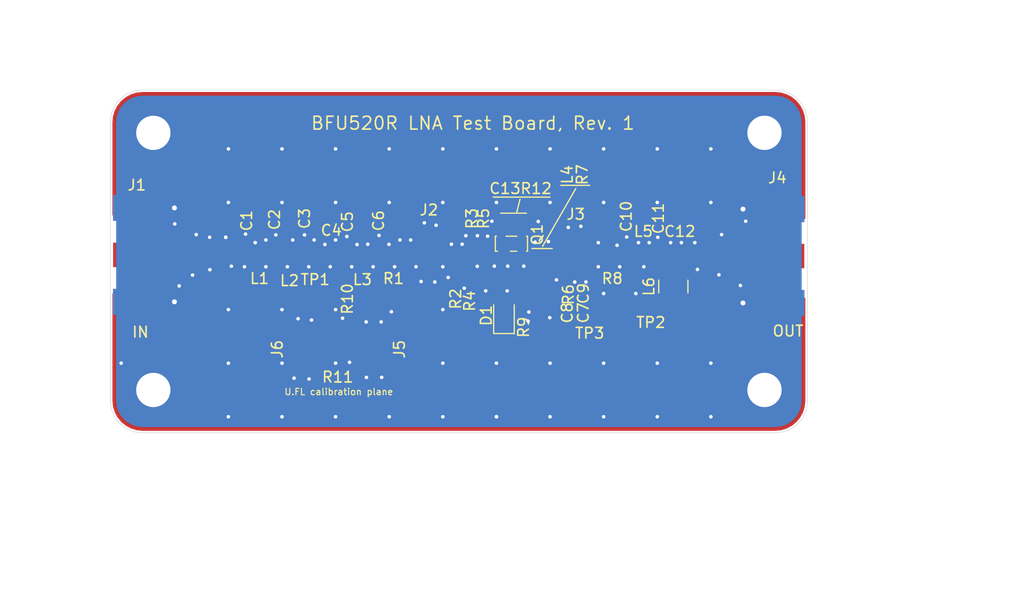
<source format=kicad_pcb>
(kicad_pcb (version 20171130) (host pcbnew 5.1.2-f72e74a~84~ubuntu18.04.1)

  (general
    (thickness 1.6)
    (drawings 18)
    (tracks 332)
    (zones 0)
    (modules 46)
    (nets 18)
  )

  (page A4)
  (layers
    (0 F.Cu signal)
    (31 B.Cu signal)
    (32 B.Adhes user)
    (33 F.Adhes user)
    (34 B.Paste user)
    (35 F.Paste user)
    (36 B.SilkS user)
    (37 F.SilkS user)
    (38 B.Mask user)
    (39 F.Mask user)
    (40 Dwgs.User user)
    (41 Cmts.User user)
    (42 Eco1.User user)
    (43 Eco2.User user)
    (44 Edge.Cuts user)
    (45 Margin user)
    (46 B.CrtYd user)
    (47 F.CrtYd user)
    (48 B.Fab user)
    (49 F.Fab user)
  )

  (setup
    (last_trace_width 0.16)
    (user_trace_width 0.16)
    (user_trace_width 0.2)
    (user_trace_width 0.25)
    (user_trace_width 0.3)
    (user_trace_width 0.8492)
    (user_trace_width 1.4444)
    (trace_clearance 0.16)
    (zone_clearance 0.16)
    (zone_45_only no)
    (trace_min 0.16)
    (via_size 0.69)
    (via_drill 0.33)
    (via_min_size 0.4)
    (via_min_drill 0.3)
    (uvia_size 0.3)
    (uvia_drill 0.1)
    (uvias_allowed no)
    (uvia_min_size 0.2)
    (uvia_min_drill 0.1)
    (edge_width 0.05)
    (segment_width 0.2)
    (pcb_text_width 0.3)
    (pcb_text_size 1.5 1.5)
    (mod_edge_width 0.12)
    (mod_text_size 1 1)
    (mod_text_width 0.15)
    (pad_size 0.9652 0.9652)
    (pad_drill 0)
    (pad_to_mask_clearance 0.051)
    (solder_mask_min_width 0.25)
    (aux_axis_origin 0 0)
    (visible_elements FFFFFF7F)
    (pcbplotparams
      (layerselection 0x010fc_ffffffff)
      (usegerberextensions false)
      (usegerberattributes false)
      (usegerberadvancedattributes false)
      (creategerberjobfile false)
      (excludeedgelayer true)
      (linewidth 0.100000)
      (plotframeref false)
      (viasonmask false)
      (mode 1)
      (useauxorigin false)
      (hpglpennumber 1)
      (hpglpenspeed 20)
      (hpglpendiameter 15.000000)
      (psnegative false)
      (psa4output false)
      (plotreference true)
      (plotvalue true)
      (plotinvisibletext false)
      (padsonsilk false)
      (subtractmaskfromsilk false)
      (outputformat 1)
      (mirror false)
      (drillshape 0)
      (scaleselection 1)
      (outputdirectory "lna-gerbers/"))
  )

  (net 0 "")
  (net 1 GND)
  (net 2 "Net-(C1-Pad1)")
  (net 3 "Net-(C2-Pad1)")
  (net 4 "Net-(C3-Pad1)")
  (net 5 "Net-(C4-Pad2)")
  (net 6 "Net-(C6-Pad1)")
  (net 7 "Net-(C10-Pad1)")
  (net 8 "Net-(C11-Pad1)")
  (net 9 "Net-(C12-Pad2)")
  (net 10 "Net-(D1-Pad1)")
  (net 11 "Net-(J2-Pad1)")
  (net 12 "Net-(J3-Pad1)")
  (net 13 "Net-(J5-Pad1)")
  (net 14 "Net-(J6-Pad1)")
  (net 15 "Net-(L4-Pad1)")
  (net 16 "Net-(C13-Pad1)")
  (net 17 /VCC)

  (net_class Default "This is the default net class."
    (clearance 0.16)
    (trace_width 0.16)
    (via_dia 0.69)
    (via_drill 0.33)
    (uvia_dia 0.3)
    (uvia_drill 0.1)
    (add_net /VCC)
    (add_net GND)
  )

  (net_class RF1 ""
    (clearance 0.16)
    (trace_width 0.849)
    (via_dia 0.69)
    (via_drill 0.33)
    (uvia_dia 0.3)
    (uvia_drill 0.1)
    (add_net "Net-(C1-Pad1)")
    (add_net "Net-(C10-Pad1)")
    (add_net "Net-(C11-Pad1)")
    (add_net "Net-(C12-Pad2)")
    (add_net "Net-(C13-Pad1)")
    (add_net "Net-(C2-Pad1)")
    (add_net "Net-(C3-Pad1)")
    (add_net "Net-(C4-Pad2)")
    (add_net "Net-(C6-Pad1)")
    (add_net "Net-(D1-Pad1)")
    (add_net "Net-(J2-Pad1)")
    (add_net "Net-(J3-Pad1)")
    (add_net "Net-(J5-Pad1)")
    (add_net "Net-(J6-Pad1)")
    (add_net "Net-(L4-Pad1)")
  )

  (module MountingHole:MountingHole_3.2mm_M3_ISO14580_Pad (layer F.Cu) (tedit 56D1B4CB) (tstamp 5D29C3EA)
    (at 140 70)
    (descr "Mounting Hole 3.2mm, M3, ISO14580")
    (tags "mounting hole 3.2mm m3 iso14580")
    (path /5D388106)
    (attr virtual)
    (fp_text reference H4 (at 0 -3.75) (layer F.SilkS) hide
      (effects (font (size 1 1) (thickness 0.15)))
    )
    (fp_text value MountingHole_Pad (at 0 3.75) (layer F.Fab)
      (effects (font (size 1 1) (thickness 0.15)))
    )
    (fp_circle (center 0 0) (end 3 0) (layer F.CrtYd) (width 0.05))
    (fp_circle (center 0 0) (end 2.75 0) (layer Cmts.User) (width 0.15))
    (fp_text user %R (at 0.3 0) (layer F.Fab)
      (effects (font (size 1 1) (thickness 0.15)))
    )
    (pad 1 thru_hole circle (at 0 0) (size 5.5 5.5) (drill 3.2) (layers *.Cu *.Mask)
      (net 1 GND))
  )

  (module MountingHole:MountingHole_3.2mm_M3_ISO14580_Pad (layer F.Cu) (tedit 56D1B4CB) (tstamp 5D29C3E2)
    (at 140 46)
    (descr "Mounting Hole 3.2mm, M3, ISO14580")
    (tags "mounting hole 3.2mm m3 iso14580")
    (path /5D380FA8)
    (attr virtual)
    (fp_text reference H3 (at 0 -3.75) (layer F.SilkS) hide
      (effects (font (size 1 1) (thickness 0.15)))
    )
    (fp_text value MountingHole_Pad (at 0 3.75) (layer F.Fab)
      (effects (font (size 1 1) (thickness 0.15)))
    )
    (fp_circle (center 0 0) (end 3 0) (layer F.CrtYd) (width 0.05))
    (fp_circle (center 0 0) (end 2.75 0) (layer Cmts.User) (width 0.15))
    (fp_text user %R (at 0.3 0) (layer F.Fab)
      (effects (font (size 1 1) (thickness 0.15)))
    )
    (pad 1 thru_hole circle (at 0 0) (size 5.5 5.5) (drill 3.2) (layers *.Cu *.Mask)
      (net 1 GND))
  )

  (module MountingHole:MountingHole_3.2mm_M3_ISO14580_Pad (layer F.Cu) (tedit 56D1B4CB) (tstamp 5D29C3DA)
    (at 83 70)
    (descr "Mounting Hole 3.2mm, M3, ISO14580")
    (tags "mounting hole 3.2mm m3 iso14580")
    (path /5D3880F8)
    (attr virtual)
    (fp_text reference H2 (at 0 -3.75) (layer F.SilkS) hide
      (effects (font (size 1 1) (thickness 0.15)))
    )
    (fp_text value MountingHole_Pad (at 0 -4) (layer F.Fab)
      (effects (font (size 1 1) (thickness 0.15)))
    )
    (fp_circle (center 0 0) (end 3 0) (layer F.CrtYd) (width 0.05))
    (fp_circle (center 0 0) (end 2.75 0) (layer Cmts.User) (width 0.15))
    (fp_text user %R (at 0.3 0) (layer F.Fab)
      (effects (font (size 1 1) (thickness 0.15)))
    )
    (pad 1 thru_hole circle (at 0 0) (size 5.5 5.5) (drill 3.2) (layers *.Cu *.Mask)
      (net 1 GND))
  )

  (module MountingHole:MountingHole_3.2mm_M3_ISO14580_Pad (layer F.Cu) (tedit 56D1B4CB) (tstamp 5D29C3D2)
    (at 83 46)
    (descr "Mounting Hole 3.2mm, M3, ISO14580")
    (tags "mounting hole 3.2mm m3 iso14580")
    (path /5D379C44)
    (attr virtual)
    (fp_text reference H1 (at 0 -3.75) (layer F.SilkS) hide
      (effects (font (size 1 1) (thickness 0.15)))
    )
    (fp_text value MountingHole_Pad (at 0 3.75) (layer F.Fab)
      (effects (font (size 1 1) (thickness 0.15)))
    )
    (fp_circle (center 0 0) (end 3 0) (layer F.CrtYd) (width 0.05))
    (fp_circle (center 0 0) (end 2.75 0) (layer Cmts.User) (width 0.15))
    (fp_text user %R (at 0.3 0) (layer F.Fab)
      (effects (font (size 1 1) (thickness 0.15)))
    )
    (pad 1 thru_hole circle (at 0 0) (size 5.5 5.5) (drill 3.2) (layers *.Cu *.Mask)
      (net 1 GND))
  )

  (module iss_lna:142-0701-801-with-taper (layer F.Cu) (tedit 5D29650D) (tstamp 5D2857C6)
    (at 143.965 57.5 270)
    (path /5D244E7D)
    (fp_text reference J4 (at -7.3 2.765) (layer F.SilkS)
      (effects (font (size 1 1) (thickness 0.15)))
    )
    (fp_text value SMA (at 6.7 5.65) (layer F.Fab)
      (effects (font (size 1 1) (thickness 0.15)))
    )
    (fp_line (start -5.6 0) (end 5.6 0) (layer F.Fab) (width 0.12))
    (pad 2 smd custom (at 3.91 8.81 270) (size 0.9652 0.9652) (layers F.Cu)
      (net 1 GND) (zone_connect 2)
      (options (clearance outline) (anchor rect))
      (primitives
        (gr_poly (pts
           (xy -0.72 -3.73) (xy -1.24 -3.32) (xy -1.38 -3.15) (xy -1.54 -2.99) (xy -1.77 -2.68)
           (xy -2.13 -2.025) (xy -2.59 -0.75) (xy -3.3 1.81) (xy 1.68 1.81) (xy 1.68 -3.73)
) (width 0))
      ))
    (pad 1 smd custom (at -0.04 7.28 270) (size 0.9652 0.9652) (layers F.Cu)
      (net 9 "Net-(C12-Pad2)") (zone_connect 0)
      (options (clearance outline) (anchor rect))
      (primitives
        (gr_poly (pts
           (xy -0.83 0.78) (xy -1.05 -0.5) (xy -1.16 -1.14) (xy -1.215 -1.46) (xy -1.27 -1.78)
           (xy 1.35 -1.78) (xy 0.47 3.34) (xy -0.39 3.34)) (width 0))
      ))
    (pad 2 smd custom (at -3.04 9.83 270) (size 0.9652 0.9652) (layers F.Cu)
      (net 1 GND) (zone_connect 2)
      (options (clearance outline) (anchor rect))
      (primitives
        (gr_poly (pts
           (xy -0.14 -4.75) (xy 0.38 -4.34) (xy 0.52 -4.17) (xy 0.68 -4.01) (xy 0.91 -3.7)
           (xy 1.27 -3.045) (xy 1.73 -1.77) (xy 2.44 0.79) (xy -2.54 0.79) (xy -2.54 -4.75)
) (width 0))
      ))
    (pad 2 smd rect (at 4.3815 2.665 270) (size 2.413 4.83) (layers F.Cu F.Paste F.Mask)
      (net 1 GND))
    (pad 1 smd rect (at 0 2.665 270) (size 2.286 4.83) (layers F.Cu F.Paste F.Mask)
      (net 9 "Net-(C12-Pad2)"))
    (pad 2 smd rect (at -4.3815 2.665 270) (size 2.413 4.83) (layers F.Cu F.Paste F.Mask)
      (net 1 GND))
    (pad 1 smd trapezoid (at 0 5.16255 270) (size 2.4511 0.1651) (rect_delta 0 0.1651 ) (layers F.Cu F.Paste F.Mask)
      (net 9 "Net-(C12-Pad2)"))
    (pad 1 smd rect (at 0 5.3721 270) (size 2.6162 0.254) (layers F.Cu F.Paste F.Mask)
      (net 9 "Net-(C12-Pad2)"))
    (pad 2 thru_hole circle (at -4.3815 5.969 270) (size 0.9652 0.9652) (drill 0.4572) (layers *.Cu *.Mask)
      (net 1 GND))
    (pad 2 thru_hole circle (at 4.3815 5.969 270) (size 0.9652 0.9652) (drill 0.4572) (layers *.Cu *.Mask)
      (net 1 GND))
    (pad 2 smd rect (at -4.3815 2.65 270) (size 2.413 4.83) (layers B.Cu F.Paste F.Mask)
      (net 1 GND))
    (pad 2 smd rect (at 4.3815 2.665 270) (size 2.413 4.83) (layers B.Cu F.Paste F.Mask)
      (net 1 GND))
  )

  (module iss_lna:142-0701-801-with-taper (layer F.Cu) (tedit 5D296503) (tstamp 5D28578C)
    (at 79 57.39 90)
    (path /5D24503E)
    (fp_text reference J1 (at 6.52 2.46) (layer F.SilkS)
      (effects (font (size 1 1) (thickness 0.15)))
    )
    (fp_text value SMA (at 6.7 5.65) (layer F.Fab)
      (effects (font (size 1 1) (thickness 0.15)))
    )
    (fp_line (start -5.6 0) (end 5.6 0) (layer F.Fab) (width 0.12))
    (pad 2 smd custom (at 3.91 8.81 90) (size 0.9652 0.9652) (layers F.Cu)
      (net 1 GND) (zone_connect 2)
      (options (clearance outline) (anchor rect))
      (primitives
        (gr_poly (pts
           (xy -0.72 -3.73) (xy -1.24 -3.32) (xy -1.38 -3.15) (xy -1.54 -2.99) (xy -1.77 -2.68)
           (xy -2.13 -2.025) (xy -2.59 -0.75) (xy -3.3 1.81) (xy 1.68 1.81) (xy 1.68 -3.73)
) (width 0))
      ))
    (pad 1 smd custom (at -0.04 7.28 90) (size 0.9652 0.9652) (layers F.Cu)
      (net 2 "Net-(C1-Pad1)") (zone_connect 0)
      (options (clearance outline) (anchor rect))
      (primitives
        (gr_poly (pts
           (xy -0.83 0.78) (xy -1.05 -0.5) (xy -1.16 -1.14) (xy -1.215 -1.46) (xy -1.27 -1.78)
           (xy 1.35 -1.78) (xy 0.47 3.34) (xy -0.39 3.34)) (width 0))
      ))
    (pad 2 smd custom (at -3.04 9.83 90) (size 0.9652 0.9652) (layers F.Cu)
      (net 1 GND) (zone_connect 2)
      (options (clearance outline) (anchor rect))
      (primitives
        (gr_poly (pts
           (xy -0.14 -4.75) (xy 0.38 -4.34) (xy 0.52 -4.17) (xy 0.68 -4.01) (xy 0.91 -3.7)
           (xy 1.27 -3.045) (xy 1.73 -1.77) (xy 2.44 0.79) (xy -2.54 0.79) (xy -2.54 -4.75)
) (width 0))
      ))
    (pad 2 smd rect (at 4.3815 2.665 90) (size 2.413 4.83) (layers F.Cu F.Paste F.Mask)
      (net 1 GND))
    (pad 1 smd rect (at 0 2.665 90) (size 2.286 4.83) (layers F.Cu F.Paste F.Mask)
      (net 2 "Net-(C1-Pad1)"))
    (pad 2 smd rect (at -4.3815 2.665 90) (size 2.413 4.83) (layers F.Cu F.Paste F.Mask)
      (net 1 GND))
    (pad 1 smd trapezoid (at 0 5.16255 90) (size 2.4511 0.1651) (rect_delta 0 0.1651 ) (layers F.Cu F.Paste F.Mask)
      (net 2 "Net-(C1-Pad1)"))
    (pad 1 smd rect (at 0 5.3721 90) (size 2.6162 0.254) (layers F.Cu F.Paste F.Mask)
      (net 2 "Net-(C1-Pad1)"))
    (pad 2 thru_hole circle (at -4.3815 5.969 90) (size 0.9652 0.9652) (drill 0.4572) (layers *.Cu *.Mask)
      (net 1 GND))
    (pad 2 thru_hole circle (at 4.3815 5.969 90) (size 0.9652 0.9652) (drill 0.4572) (layers *.Cu *.Mask)
      (net 1 GND))
    (pad 2 smd rect (at -4.3815 2.65 90) (size 2.413 4.83) (layers B.Cu F.Paste F.Mask)
      (net 1 GND))
    (pad 2 smd rect (at 4.3815 2.665 90) (size 2.413 4.83) (layers B.Cu F.Paste F.Mask)
      (net 1 GND))
  )

  (module Resistor_SMD:R_0402_1005Metric (layer F.Cu) (tedit 5B301BBD) (tstamp 5D2858D1)
    (at 119.75 57.85 90)
    (descr "Resistor SMD 0402 (1005 Metric), square (rectangular) end terminal, IPC_7351 nominal, (Body size source: http://www.tortai-tech.com/upload/download/2011102023233369053.pdf), generated with kicad-footprint-generator")
    (tags resistor)
    (path /5D29BD11)
    (attr smd)
    (fp_text reference R7 (at 7.95 3.25 90) (layer F.SilkS)
      (effects (font (size 1 1) (thickness 0.15)))
    )
    (fp_text value 0R (at 0 1.17 90) (layer F.Fab)
      (effects (font (size 1 1) (thickness 0.15)))
    )
    (fp_text user %R (at 0 0 90) (layer F.Fab)
      (effects (font (size 0.25 0.25) (thickness 0.04)))
    )
    (fp_line (start 0.93 0.47) (end -0.93 0.47) (layer F.CrtYd) (width 0.05))
    (fp_line (start 0.93 -0.47) (end 0.93 0.47) (layer F.CrtYd) (width 0.05))
    (fp_line (start -0.93 -0.47) (end 0.93 -0.47) (layer F.CrtYd) (width 0.05))
    (fp_line (start -0.93 0.47) (end -0.93 -0.47) (layer F.CrtYd) (width 0.05))
    (fp_line (start 0.5 0.25) (end -0.5 0.25) (layer F.Fab) (width 0.1))
    (fp_line (start 0.5 -0.25) (end 0.5 0.25) (layer F.Fab) (width 0.1))
    (fp_line (start -0.5 -0.25) (end 0.5 -0.25) (layer F.Fab) (width 0.1))
    (fp_line (start -0.5 0.25) (end -0.5 -0.25) (layer F.Fab) (width 0.1))
    (pad 2 smd roundrect (at 0.485 0 90) (size 0.59 0.64) (layers F.Cu F.Paste F.Mask) (roundrect_rratio 0.25)
      (net 12 "Net-(J3-Pad1)"))
    (pad 1 smd roundrect (at -0.485 0 90) (size 0.59 0.64) (layers F.Cu F.Paste F.Mask) (roundrect_rratio 0.25)
      (net 15 "Net-(L4-Pad1)"))
    (model ${KISYS3DMOD}/Resistor_SMD.3dshapes/R_0402_1005Metric.wrl
      (at (xyz 0 0 0))
      (scale (xyz 1 1 1))
      (rotate (xyz 0 0 0))
    )
  )

  (module Resistor_SMD:R_0402_1005Metric (layer F.Cu) (tedit 5B301BBD) (tstamp 5D28B596)
    (at 117.775 54.225)
    (descr "Resistor SMD 0402 (1005 Metric), square (rectangular) end terminal, IPC_7351 nominal, (Body size source: http://www.tortai-tech.com/upload/download/2011102023233369053.pdf), generated with kicad-footprint-generator")
    (tags resistor)
    (path /5D2F8481)
    (attr smd)
    (fp_text reference R12 (at 0.925 -3.025) (layer F.SilkS)
      (effects (font (size 1 1) (thickness 0.15)))
    )
    (fp_text value 0R (at 0 1.17) (layer F.Fab)
      (effects (font (size 1 1) (thickness 0.15)))
    )
    (fp_text user %R (at 0 0) (layer F.Fab)
      (effects (font (size 0.25 0.25) (thickness 0.04)))
    )
    (fp_line (start 0.93 0.47) (end -0.93 0.47) (layer F.CrtYd) (width 0.05))
    (fp_line (start 0.93 -0.47) (end 0.93 0.47) (layer F.CrtYd) (width 0.05))
    (fp_line (start -0.93 -0.47) (end 0.93 -0.47) (layer F.CrtYd) (width 0.05))
    (fp_line (start -0.93 0.47) (end -0.93 -0.47) (layer F.CrtYd) (width 0.05))
    (fp_line (start 0.5 0.25) (end -0.5 0.25) (layer F.Fab) (width 0.1))
    (fp_line (start 0.5 -0.25) (end 0.5 0.25) (layer F.Fab) (width 0.1))
    (fp_line (start -0.5 -0.25) (end 0.5 -0.25) (layer F.Fab) (width 0.1))
    (fp_line (start -0.5 0.25) (end -0.5 -0.25) (layer F.Fab) (width 0.1))
    (pad 2 smd roundrect (at 0.485 0) (size 0.59 0.64) (layers F.Cu F.Paste F.Mask) (roundrect_rratio 0.25)
      (net 1 GND))
    (pad 1 smd roundrect (at -0.485 0) (size 0.59 0.64) (layers F.Cu F.Paste F.Mask) (roundrect_rratio 0.25)
      (net 16 "Net-(C13-Pad1)"))
    (model ${KISYS3DMOD}/Resistor_SMD.3dshapes/R_0402_1005Metric.wrl
      (at (xyz 0 0 0))
      (scale (xyz 1 1 1))
      (rotate (xyz 0 0 0))
    )
  )

  (module Capacitor_SMD:C_0402_1005Metric (layer F.Cu) (tedit 5B301BBE) (tstamp 5D28B279)
    (at 115.85 54.225 180)
    (descr "Capacitor SMD 0402 (1005 Metric), square (rectangular) end terminal, IPC_7351 nominal, (Body size source: http://www.tortai-tech.com/upload/download/2011102023233369053.pdf), generated with kicad-footprint-generator")
    (tags capacitor)
    (path /5D2BD105)
    (attr smd)
    (fp_text reference C13 (at 0.05 3.025) (layer F.SilkS)
      (effects (font (size 1 1) (thickness 0.15)))
    )
    (fp_text value "470 pF" (at 0 1.17) (layer F.Fab)
      (effects (font (size 1 1) (thickness 0.15)))
    )
    (fp_text user %R (at 0 0) (layer F.Fab)
      (effects (font (size 0.25 0.25) (thickness 0.04)))
    )
    (fp_line (start 0.93 0.47) (end -0.93 0.47) (layer F.CrtYd) (width 0.05))
    (fp_line (start 0.93 -0.47) (end 0.93 0.47) (layer F.CrtYd) (width 0.05))
    (fp_line (start -0.93 -0.47) (end 0.93 -0.47) (layer F.CrtYd) (width 0.05))
    (fp_line (start -0.93 0.47) (end -0.93 -0.47) (layer F.CrtYd) (width 0.05))
    (fp_line (start 0.5 0.25) (end -0.5 0.25) (layer F.Fab) (width 0.1))
    (fp_line (start 0.5 -0.25) (end 0.5 0.25) (layer F.Fab) (width 0.1))
    (fp_line (start -0.5 -0.25) (end 0.5 -0.25) (layer F.Fab) (width 0.1))
    (fp_line (start -0.5 0.25) (end -0.5 -0.25) (layer F.Fab) (width 0.1))
    (pad 2 smd roundrect (at 0.485 0 180) (size 0.59 0.64) (layers F.Cu F.Paste F.Mask) (roundrect_rratio 0.25)
      (net 1 GND))
    (pad 1 smd roundrect (at -0.485 0 180) (size 0.59 0.64) (layers F.Cu F.Paste F.Mask) (roundrect_rratio 0.25)
      (net 16 "Net-(C13-Pad1)"))
    (model ${KISYS3DMOD}/Capacitor_SMD.3dshapes/C_0402_1005Metric.wrl
      (at (xyz 0 0 0))
      (scale (xyz 1 1 1))
      (rotate (xyz 0 0 0))
    )
  )

  (module iss_lna:Probe_Point_0.5mm (layer F.Cu) (tedit 5D27F57B) (tstamp 5D28591C)
    (at 121.5 64.65)
    (path /5D28B460)
    (fp_text reference TP3 (at 2.2 0.05) (layer F.SilkS)
      (effects (font (size 1 1) (thickness 0.15)))
    )
    (fp_text value TestPoint (at 0 -0.5) (layer F.Fab)
      (effects (font (size 1 1) (thickness 0.15)))
    )
    (pad 1 smd circle (at 0 0) (size 0.5 0.5) (layers F.Cu F.Paste F.Mask)
      (net 1 GND))
  )

  (module iss_lna:Probe_Point_0.5mm (layer F.Cu) (tedit 5D27F57B) (tstamp 5D285917)
    (at 129.5 62.25)
    (path /5D287FEA)
    (fp_text reference TP2 (at -0.1 1.45) (layer F.SilkS)
      (effects (font (size 1 1) (thickness 0.15)))
    )
    (fp_text value TestPoint (at 0 -0.5) (layer F.Fab)
      (effects (font (size 1 1) (thickness 0.15)))
    )
    (pad 1 smd circle (at 0 0) (size 0.5 0.5) (layers F.Cu F.Paste F.Mask)
      (net 17 /VCC))
  )

  (module iss_lna:Probe_Point_0.5mm (layer F.Cu) (tedit 5D27F57B) (tstamp 5D285912)
    (at 98.1 57.4)
    (path /5D36E8D2)
    (fp_text reference TP1 (at 0 2.3) (layer F.SilkS)
      (effects (font (size 1 1) (thickness 0.15)))
    )
    (fp_text value TestPoint (at 0 -0.5) (layer F.Fab)
      (effects (font (size 1 1) (thickness 0.15)))
    )
    (pad 1 smd circle (at 0 0) (size 0.5 0.5) (layers F.Cu F.Paste F.Mask)
      (net 4 "Net-(C3-Pad1)"))
  )

  (module Resistor_SMD:R_0402_1005Metric (layer F.Cu) (tedit 5B301BBD) (tstamp 5D28590D)
    (at 100.2 66.2 180)
    (descr "Resistor SMD 0402 (1005 Metric), square (rectangular) end terminal, IPC_7351 nominal, (Body size source: http://www.tortai-tech.com/upload/download/2011102023233369053.pdf), generated with kicad-footprint-generator")
    (tags resistor)
    (path /5D3D6298)
    (attr smd)
    (fp_text reference R11 (at 0 -2.6) (layer F.SilkS)
      (effects (font (size 1 1) (thickness 0.15)))
    )
    (fp_text value DNP (at 0 1.17) (layer F.Fab)
      (effects (font (size 1 1) (thickness 0.15)))
    )
    (fp_text user %R (at 0 0) (layer F.Fab)
      (effects (font (size 0.25 0.25) (thickness 0.04)))
    )
    (fp_line (start 0.93 0.47) (end -0.93 0.47) (layer F.CrtYd) (width 0.05))
    (fp_line (start 0.93 -0.47) (end 0.93 0.47) (layer F.CrtYd) (width 0.05))
    (fp_line (start -0.93 -0.47) (end 0.93 -0.47) (layer F.CrtYd) (width 0.05))
    (fp_line (start -0.93 0.47) (end -0.93 -0.47) (layer F.CrtYd) (width 0.05))
    (fp_line (start 0.5 0.25) (end -0.5 0.25) (layer F.Fab) (width 0.1))
    (fp_line (start 0.5 -0.25) (end 0.5 0.25) (layer F.Fab) (width 0.1))
    (fp_line (start -0.5 -0.25) (end 0.5 -0.25) (layer F.Fab) (width 0.1))
    (fp_line (start -0.5 0.25) (end -0.5 -0.25) (layer F.Fab) (width 0.1))
    (pad 2 smd roundrect (at 0.485 0 180) (size 0.59 0.64) (layers F.Cu F.Paste F.Mask) (roundrect_rratio 0.25)
      (net 14 "Net-(J6-Pad1)"))
    (pad 1 smd roundrect (at -0.485 0 180) (size 0.59 0.64) (layers F.Cu F.Paste F.Mask) (roundrect_rratio 0.25)
      (net 13 "Net-(J5-Pad1)"))
    (model ${KISYS3DMOD}/Resistor_SMD.3dshapes/R_0402_1005Metric.wrl
      (at (xyz 0 0 0))
      (scale (xyz 1 1 1))
      (rotate (xyz 0 0 0))
    )
  )

  (module Resistor_SMD:R_0402_1005Metric (layer F.Cu) (tedit 5B301BBD) (tstamp 5D28BA08)
    (at 100.7 64.7 90)
    (descr "Resistor SMD 0402 (1005 Metric), square (rectangular) end terminal, IPC_7351 nominal, (Body size source: http://www.tortai-tech.com/upload/download/2011102023233369053.pdf), generated with kicad-footprint-generator")
    (tags resistor)
    (path /5D3D8EE9)
    (attr smd)
    (fp_text reference R10 (at 3.2 0.4 90) (layer F.SilkS)
      (effects (font (size 1 1) (thickness 0.15)))
    )
    (fp_text value DNP (at 0 1.17 90) (layer F.Fab)
      (effects (font (size 1 1) (thickness 0.15)))
    )
    (fp_text user %R (at 0 0 90) (layer F.Fab)
      (effects (font (size 0.25 0.25) (thickness 0.04)))
    )
    (fp_line (start 0.93 0.47) (end -0.93 0.47) (layer F.CrtYd) (width 0.05))
    (fp_line (start 0.93 -0.47) (end 0.93 0.47) (layer F.CrtYd) (width 0.05))
    (fp_line (start -0.93 -0.47) (end 0.93 -0.47) (layer F.CrtYd) (width 0.05))
    (fp_line (start -0.93 0.47) (end -0.93 -0.47) (layer F.CrtYd) (width 0.05))
    (fp_line (start 0.5 0.25) (end -0.5 0.25) (layer F.Fab) (width 0.1))
    (fp_line (start 0.5 -0.25) (end 0.5 0.25) (layer F.Fab) (width 0.1))
    (fp_line (start -0.5 -0.25) (end 0.5 -0.25) (layer F.Fab) (width 0.1))
    (fp_line (start -0.5 0.25) (end -0.5 -0.25) (layer F.Fab) (width 0.1))
    (pad 2 smd roundrect (at 0.485 0 90) (size 0.59 0.64) (layers F.Cu F.Paste F.Mask) (roundrect_rratio 0.25)
      (net 1 GND))
    (pad 1 smd roundrect (at -0.485 0 90) (size 0.59 0.64) (layers F.Cu F.Paste F.Mask) (roundrect_rratio 0.25)
      (net 13 "Net-(J5-Pad1)"))
    (model ${KISYS3DMOD}/Resistor_SMD.3dshapes/R_0402_1005Metric.wrl
      (at (xyz 0 0 0))
      (scale (xyz 1 1 1))
      (rotate (xyz 0 0 0))
    )
  )

  (module Resistor_SMD:R_0402_1005Metric (layer F.Cu) (tedit 5B301BBD) (tstamp 5D2858EF)
    (at 118.7 64.15 90)
    (descr "Resistor SMD 0402 (1005 Metric), square (rectangular) end terminal, IPC_7351 nominal, (Body size source: http://www.tortai-tech.com/upload/download/2011102023233369053.pdf), generated with kicad-footprint-generator")
    (tags resistor)
    (path /5D3770E8)
    (attr smd)
    (fp_text reference R9 (at 0 -1.17 90) (layer F.SilkS)
      (effects (font (size 1 1) (thickness 0.15)))
    )
    (fp_text value 2k2R (at 0 1.17 90) (layer F.Fab)
      (effects (font (size 1 1) (thickness 0.15)))
    )
    (fp_text user %R (at 0 0 90) (layer F.Fab)
      (effects (font (size 0.25 0.25) (thickness 0.04)))
    )
    (fp_line (start 0.93 0.47) (end -0.93 0.47) (layer F.CrtYd) (width 0.05))
    (fp_line (start 0.93 -0.47) (end 0.93 0.47) (layer F.CrtYd) (width 0.05))
    (fp_line (start -0.93 -0.47) (end 0.93 -0.47) (layer F.CrtYd) (width 0.05))
    (fp_line (start -0.93 0.47) (end -0.93 -0.47) (layer F.CrtYd) (width 0.05))
    (fp_line (start 0.5 0.25) (end -0.5 0.25) (layer F.Fab) (width 0.1))
    (fp_line (start 0.5 -0.25) (end 0.5 0.25) (layer F.Fab) (width 0.1))
    (fp_line (start -0.5 -0.25) (end 0.5 -0.25) (layer F.Fab) (width 0.1))
    (fp_line (start -0.5 0.25) (end -0.5 -0.25) (layer F.Fab) (width 0.1))
    (pad 2 smd roundrect (at 0.485 0 90) (size 0.59 0.64) (layers F.Cu F.Paste F.Mask) (roundrect_rratio 0.25)
      (net 1 GND))
    (pad 1 smd roundrect (at -0.485 0 90) (size 0.59 0.64) (layers F.Cu F.Paste F.Mask) (roundrect_rratio 0.25)
      (net 10 "Net-(D1-Pad1)"))
    (model ${KISYS3DMOD}/Resistor_SMD.3dshapes/R_0402_1005Metric.wrl
      (at (xyz 0 0 0))
      (scale (xyz 1 1 1))
      (rotate (xyz 0 0 0))
    )
  )

  (module Resistor_SMD:R_0402_1005Metric (layer F.Cu) (tedit 5B301BBD) (tstamp 5D2858E0)
    (at 125.685 57.45 180)
    (descr "Resistor SMD 0402 (1005 Metric), square (rectangular) end terminal, IPC_7351 nominal, (Body size source: http://www.tortai-tech.com/upload/download/2011102023233369053.pdf), generated with kicad-footprint-generator")
    (tags resistor)
    (path /5D35B6EE)
    (attr smd)
    (fp_text reference R8 (at -0.115 -2.15) (layer F.SilkS)
      (effects (font (size 1 1) (thickness 0.15)))
    )
    (fp_text value 0R (at 0 1.17) (layer F.Fab)
      (effects (font (size 1 1) (thickness 0.15)))
    )
    (fp_text user %R (at 0 0) (layer F.Fab)
      (effects (font (size 0.25 0.25) (thickness 0.04)))
    )
    (fp_line (start 0.93 0.47) (end -0.93 0.47) (layer F.CrtYd) (width 0.05))
    (fp_line (start 0.93 -0.47) (end 0.93 0.47) (layer F.CrtYd) (width 0.05))
    (fp_line (start -0.93 -0.47) (end 0.93 -0.47) (layer F.CrtYd) (width 0.05))
    (fp_line (start -0.93 0.47) (end -0.93 -0.47) (layer F.CrtYd) (width 0.05))
    (fp_line (start 0.5 0.25) (end -0.5 0.25) (layer F.Fab) (width 0.1))
    (fp_line (start 0.5 -0.25) (end 0.5 0.25) (layer F.Fab) (width 0.1))
    (fp_line (start -0.5 -0.25) (end 0.5 -0.25) (layer F.Fab) (width 0.1))
    (fp_line (start -0.5 0.25) (end -0.5 -0.25) (layer F.Fab) (width 0.1))
    (pad 2 smd roundrect (at 0.485 0 180) (size 0.59 0.64) (layers F.Cu F.Paste F.Mask) (roundrect_rratio 0.25)
      (net 12 "Net-(J3-Pad1)"))
    (pad 1 smd roundrect (at -0.485 0 180) (size 0.59 0.64) (layers F.Cu F.Paste F.Mask) (roundrect_rratio 0.25)
      (net 7 "Net-(C10-Pad1)"))
    (model ${KISYS3DMOD}/Resistor_SMD.3dshapes/R_0402_1005Metric.wrl
      (at (xyz 0 0 0))
      (scale (xyz 1 1 1))
      (rotate (xyz 0 0 0))
    )
  )

  (module Resistor_SMD:R_0402_1005Metric (layer F.Cu) (tedit 5B301BBD) (tstamp 5D2858C2)
    (at 118.7 60.15 90)
    (descr "Resistor SMD 0402 (1005 Metric), square (rectangular) end terminal, IPC_7351 nominal, (Body size source: http://www.tortai-tech.com/upload/download/2011102023233369053.pdf), generated with kicad-footprint-generator")
    (tags resistor)
    (path /5D294CEB)
    (attr smd)
    (fp_text reference R6 (at -0.95 3 90) (layer F.SilkS)
      (effects (font (size 1 1) (thickness 0.15)))
    )
    (fp_text value 120R (at 0 1.17 90) (layer F.Fab)
      (effects (font (size 1 1) (thickness 0.15)))
    )
    (fp_text user %R (at 0 0 90) (layer F.Fab)
      (effects (font (size 0.25 0.25) (thickness 0.04)))
    )
    (fp_line (start 0.93 0.47) (end -0.93 0.47) (layer F.CrtYd) (width 0.05))
    (fp_line (start 0.93 -0.47) (end 0.93 0.47) (layer F.CrtYd) (width 0.05))
    (fp_line (start -0.93 -0.47) (end 0.93 -0.47) (layer F.CrtYd) (width 0.05))
    (fp_line (start -0.93 0.47) (end -0.93 -0.47) (layer F.CrtYd) (width 0.05))
    (fp_line (start 0.5 0.25) (end -0.5 0.25) (layer F.Fab) (width 0.1))
    (fp_line (start 0.5 -0.25) (end 0.5 0.25) (layer F.Fab) (width 0.1))
    (fp_line (start -0.5 -0.25) (end 0.5 -0.25) (layer F.Fab) (width 0.1))
    (fp_line (start -0.5 0.25) (end -0.5 -0.25) (layer F.Fab) (width 0.1))
    (pad 2 smd roundrect (at 0.485 0 90) (size 0.59 0.64) (layers F.Cu F.Paste F.Mask) (roundrect_rratio 0.25)
      (net 15 "Net-(L4-Pad1)"))
    (pad 1 smd roundrect (at -0.485 0 90) (size 0.59 0.64) (layers F.Cu F.Paste F.Mask) (roundrect_rratio 0.25)
      (net 17 /VCC))
    (model ${KISYS3DMOD}/Resistor_SMD.3dshapes/R_0402_1005Metric.wrl
      (at (xyz 0 0 0))
      (scale (xyz 1 1 1))
      (rotate (xyz 0 0 0))
    )
  )

  (module Resistor_SMD:R_0402_1005Metric (layer F.Cu) (tedit 5B301BBD) (tstamp 5D2858B3)
    (at 114.1 56.85 90)
    (descr "Resistor SMD 0402 (1005 Metric), square (rectangular) end terminal, IPC_7351 nominal, (Body size source: http://www.tortai-tech.com/upload/download/2011102023233369053.pdf), generated with kicad-footprint-generator")
    (tags resistor)
    (path /5D24B75C)
    (attr smd)
    (fp_text reference R5 (at 2.85 -0.3 90) (layer F.SilkS)
      (effects (font (size 1 1) (thickness 0.15)))
    )
    (fp_text value 1.2kR (at 0 1.17 90) (layer F.Fab)
      (effects (font (size 1 1) (thickness 0.15)))
    )
    (fp_text user %R (at 0 0 90) (layer F.Fab)
      (effects (font (size 0.25 0.25) (thickness 0.04)))
    )
    (fp_line (start 0.93 0.47) (end -0.93 0.47) (layer F.CrtYd) (width 0.05))
    (fp_line (start 0.93 -0.47) (end 0.93 0.47) (layer F.CrtYd) (width 0.05))
    (fp_line (start -0.93 -0.47) (end 0.93 -0.47) (layer F.CrtYd) (width 0.05))
    (fp_line (start -0.93 0.47) (end -0.93 -0.47) (layer F.CrtYd) (width 0.05))
    (fp_line (start 0.5 0.25) (end -0.5 0.25) (layer F.Fab) (width 0.1))
    (fp_line (start 0.5 -0.25) (end 0.5 0.25) (layer F.Fab) (width 0.1))
    (fp_line (start -0.5 -0.25) (end 0.5 -0.25) (layer F.Fab) (width 0.1))
    (fp_line (start -0.5 0.25) (end -0.5 -0.25) (layer F.Fab) (width 0.1))
    (pad 2 smd roundrect (at 0.485 0 90) (size 0.59 0.64) (layers F.Cu F.Paste F.Mask) (roundrect_rratio 0.25)
      (net 1 GND))
    (pad 1 smd roundrect (at -0.485 0 90) (size 0.59 0.64) (layers F.Cu F.Paste F.Mask) (roundrect_rratio 0.25)
      (net 11 "Net-(J2-Pad1)"))
    (model ${KISYS3DMOD}/Resistor_SMD.3dshapes/R_0402_1005Metric.wrl
      (at (xyz 0 0 0))
      (scale (xyz 1 1 1))
      (rotate (xyz 0 0 0))
    )
  )

  (module Resistor_SMD:R_0402_1005Metric (layer F.Cu) (tedit 5B301BBD) (tstamp 5D2858A4)
    (at 112.1 57.88 90)
    (descr "Resistor SMD 0402 (1005 Metric), square (rectangular) end terminal, IPC_7351 nominal, (Body size source: http://www.tortai-tech.com/upload/download/2011102023233369053.pdf), generated with kicad-footprint-generator")
    (tags resistor)
    (path /5D24AD4C)
    (attr smd)
    (fp_text reference R4 (at -3.82 0.4 90) (layer F.SilkS)
      (effects (font (size 1 1) (thickness 0.15)))
    )
    (fp_text value 3.9kR (at 0 1.17 90) (layer F.Fab)
      (effects (font (size 1 1) (thickness 0.15)))
    )
    (fp_text user %R (at 0 0 90) (layer F.Fab)
      (effects (font (size 0.25 0.25) (thickness 0.04)))
    )
    (fp_line (start 0.93 0.47) (end -0.93 0.47) (layer F.CrtYd) (width 0.05))
    (fp_line (start 0.93 -0.47) (end 0.93 0.47) (layer F.CrtYd) (width 0.05))
    (fp_line (start -0.93 -0.47) (end 0.93 -0.47) (layer F.CrtYd) (width 0.05))
    (fp_line (start -0.93 0.47) (end -0.93 -0.47) (layer F.CrtYd) (width 0.05))
    (fp_line (start 0.5 0.25) (end -0.5 0.25) (layer F.Fab) (width 0.1))
    (fp_line (start 0.5 -0.25) (end 0.5 0.25) (layer F.Fab) (width 0.1))
    (fp_line (start -0.5 -0.25) (end 0.5 -0.25) (layer F.Fab) (width 0.1))
    (fp_line (start -0.5 0.25) (end -0.5 -0.25) (layer F.Fab) (width 0.1))
    (pad 2 smd roundrect (at 0.485 0 90) (size 0.59 0.64) (layers F.Cu F.Paste F.Mask) (roundrect_rratio 0.25)
      (net 11 "Net-(J2-Pad1)"))
    (pad 1 smd roundrect (at -0.485 0 90) (size 0.59 0.64) (layers F.Cu F.Paste F.Mask) (roundrect_rratio 0.25)
      (net 15 "Net-(L4-Pad1)"))
    (model ${KISYS3DMOD}/Resistor_SMD.3dshapes/R_0402_1005Metric.wrl
      (at (xyz 0 0 0))
      (scale (xyz 1 1 1))
      (rotate (xyz 0 0 0))
    )
  )

  (module Resistor_SMD:R_0402_1005Metric (layer F.Cu) (tedit 5B301BBD) (tstamp 5D285895)
    (at 113.1 56.85 90)
    (descr "Resistor SMD 0402 (1005 Metric), square (rectangular) end terminal, IPC_7351 nominal, (Body size source: http://www.tortai-tech.com/upload/download/2011102023233369053.pdf), generated with kicad-footprint-generator")
    (tags resistor)
    (path /5D29EA7B)
    (attr smd)
    (fp_text reference R3 (at 2.85 -0.4 90) (layer F.SilkS)
      (effects (font (size 1 1) (thickness 0.15)))
    )
    (fp_text value "DNP 0402" (at 0 1.17 90) (layer F.Fab)
      (effects (font (size 1 1) (thickness 0.15)))
    )
    (fp_text user %R (at 0 0 90) (layer F.Fab)
      (effects (font (size 0.25 0.25) (thickness 0.04)))
    )
    (fp_line (start 0.93 0.47) (end -0.93 0.47) (layer F.CrtYd) (width 0.05))
    (fp_line (start 0.93 -0.47) (end 0.93 0.47) (layer F.CrtYd) (width 0.05))
    (fp_line (start -0.93 -0.47) (end 0.93 -0.47) (layer F.CrtYd) (width 0.05))
    (fp_line (start -0.93 0.47) (end -0.93 -0.47) (layer F.CrtYd) (width 0.05))
    (fp_line (start 0.5 0.25) (end -0.5 0.25) (layer F.Fab) (width 0.1))
    (fp_line (start 0.5 -0.25) (end 0.5 0.25) (layer F.Fab) (width 0.1))
    (fp_line (start -0.5 -0.25) (end 0.5 -0.25) (layer F.Fab) (width 0.1))
    (fp_line (start -0.5 0.25) (end -0.5 -0.25) (layer F.Fab) (width 0.1))
    (pad 2 smd roundrect (at 0.485 0 90) (size 0.59 0.64) (layers F.Cu F.Paste F.Mask) (roundrect_rratio 0.25)
      (net 1 GND))
    (pad 1 smd roundrect (at -0.485 0 90) (size 0.59 0.64) (layers F.Cu F.Paste F.Mask) (roundrect_rratio 0.25)
      (net 11 "Net-(J2-Pad1)"))
    (model ${KISYS3DMOD}/Resistor_SMD.3dshapes/R_0402_1005Metric.wrl
      (at (xyz 0 0 0))
      (scale (xyz 1 1 1))
      (rotate (xyz 0 0 0))
    )
  )

  (module Resistor_SMD:R_0402_1005Metric (layer F.Cu) (tedit 5B301BBD) (tstamp 5D285886)
    (at 111.09 57.89 90)
    (descr "Resistor SMD 0402 (1005 Metric), square (rectangular) end terminal, IPC_7351 nominal, (Body size source: http://www.tortai-tech.com/upload/download/2011102023233369053.pdf), generated with kicad-footprint-generator")
    (tags resistor)
    (path /5D29D75F)
    (attr smd)
    (fp_text reference R2 (at -3.61 0.11 90) (layer F.SilkS)
      (effects (font (size 1 1) (thickness 0.15)))
    )
    (fp_text value "DNP 0402" (at 0 1.17 90) (layer F.Fab)
      (effects (font (size 1 1) (thickness 0.15)))
    )
    (fp_text user %R (at 0 0 90) (layer F.Fab)
      (effects (font (size 0.25 0.25) (thickness 0.04)))
    )
    (fp_line (start 0.93 0.47) (end -0.93 0.47) (layer F.CrtYd) (width 0.05))
    (fp_line (start 0.93 -0.47) (end 0.93 0.47) (layer F.CrtYd) (width 0.05))
    (fp_line (start -0.93 -0.47) (end 0.93 -0.47) (layer F.CrtYd) (width 0.05))
    (fp_line (start -0.93 0.47) (end -0.93 -0.47) (layer F.CrtYd) (width 0.05))
    (fp_line (start 0.5 0.25) (end -0.5 0.25) (layer F.Fab) (width 0.1))
    (fp_line (start 0.5 -0.25) (end 0.5 0.25) (layer F.Fab) (width 0.1))
    (fp_line (start -0.5 -0.25) (end 0.5 -0.25) (layer F.Fab) (width 0.1))
    (fp_line (start -0.5 0.25) (end -0.5 -0.25) (layer F.Fab) (width 0.1))
    (pad 2 smd roundrect (at 0.485 0 90) (size 0.59 0.64) (layers F.Cu F.Paste F.Mask) (roundrect_rratio 0.25)
      (net 11 "Net-(J2-Pad1)"))
    (pad 1 smd roundrect (at -0.485 0 90) (size 0.59 0.64) (layers F.Cu F.Paste F.Mask) (roundrect_rratio 0.25)
      (net 15 "Net-(L4-Pad1)"))
    (model ${KISYS3DMOD}/Resistor_SMD.3dshapes/R_0402_1005Metric.wrl
      (at (xyz 0 0 0))
      (scale (xyz 1 1 1))
      (rotate (xyz 0 0 0))
    )
  )

  (module Resistor_SMD:R_0402_1005Metric (layer F.Cu) (tedit 5B301BBD) (tstamp 5D285877)
    (at 105.4 57.4 180)
    (descr "Resistor SMD 0402 (1005 Metric), square (rectangular) end terminal, IPC_7351 nominal, (Body size source: http://www.tortai-tech.com/upload/download/2011102023233369053.pdf), generated with kicad-footprint-generator")
    (tags resistor)
    (path /5D35BF5A)
    (attr smd)
    (fp_text reference R1 (at 0 -2.2) (layer F.SilkS)
      (effects (font (size 1 1) (thickness 0.15)))
    )
    (fp_text value 0R (at 0 1.17) (layer F.Fab)
      (effects (font (size 1 1) (thickness 0.15)))
    )
    (fp_text user %R (at 0 0) (layer F.Fab)
      (effects (font (size 0.25 0.25) (thickness 0.04)))
    )
    (fp_line (start 0.93 0.47) (end -0.93 0.47) (layer F.CrtYd) (width 0.05))
    (fp_line (start 0.93 -0.47) (end 0.93 0.47) (layer F.CrtYd) (width 0.05))
    (fp_line (start -0.93 -0.47) (end 0.93 -0.47) (layer F.CrtYd) (width 0.05))
    (fp_line (start -0.93 0.47) (end -0.93 -0.47) (layer F.CrtYd) (width 0.05))
    (fp_line (start 0.5 0.25) (end -0.5 0.25) (layer F.Fab) (width 0.1))
    (fp_line (start 0.5 -0.25) (end 0.5 0.25) (layer F.Fab) (width 0.1))
    (fp_line (start -0.5 -0.25) (end 0.5 -0.25) (layer F.Fab) (width 0.1))
    (fp_line (start -0.5 0.25) (end -0.5 -0.25) (layer F.Fab) (width 0.1))
    (pad 2 smd roundrect (at 0.485 0 180) (size 0.59 0.64) (layers F.Cu F.Paste F.Mask) (roundrect_rratio 0.25)
      (net 6 "Net-(C6-Pad1)"))
    (pad 1 smd roundrect (at -0.485 0 180) (size 0.59 0.64) (layers F.Cu F.Paste F.Mask) (roundrect_rratio 0.25)
      (net 11 "Net-(J2-Pad1)"))
    (model ${KISYS3DMOD}/Resistor_SMD.3dshapes/R_0402_1005Metric.wrl
      (at (xyz 0 0 0))
      (scale (xyz 1 1 1))
      (rotate (xyz 0 0 0))
    )
  )

  (module iss_lna:NXP_SOT143B (layer F.Cu) (tedit 5D27265A) (tstamp 5D285868)
    (at 116.4 56.35)
    (path /5D3A1A86)
    (fp_text reference Q1 (at 2.4 -0.85 90) (layer F.SilkS)
      (effects (font (size 1 1) (thickness 0.15)))
    )
    (fp_text value BFU520R (at 0 -2.4) (layer F.Fab)
      (effects (font (size 1 1) (thickness 0.15)))
    )
    (fp_line (start -1.6 0.8) (end -1.6 -0.8) (layer F.Fab) (width 0.12))
    (fp_line (start 1.6 0.8) (end -1.6 0.8) (layer F.Fab) (width 0.12))
    (fp_line (start 1.6 -0.8) (end 1.6 0.8) (layer F.Fab) (width 0.12))
    (fp_line (start -1.6 -0.8) (end 1.6 -0.8) (layer F.Fab) (width 0.12))
    (fp_line (start -1.5 -0.7) (end -1.4 -0.7) (layer F.SilkS) (width 0.12))
    (fp_line (start 1.4 -0.7) (end 1.5 -0.7) (layer F.SilkS) (width 0.12))
    (fp_line (start 1.5 0.7) (end 1.4 0.7) (layer F.SilkS) (width 0.12))
    (fp_line (start -1.5 0.7) (end -1.3 0.7) (layer F.SilkS) (width 0.12))
    (fp_line (start -1.5 -0.7) (end -1.5 0.7) (layer F.SilkS) (width 0.12))
    (fp_line (start 1.5 -0.7) (end 1.5 0.7) (layer F.SilkS) (width 0.12))
    (fp_line (start -0.1 0.7) (end 0.5 0.7) (layer F.SilkS) (width 0.12))
    (fp_line (start -0.5 -0.7) (end 0.5 -0.7) (layer F.SilkS) (width 0.12))
    (fp_line (start -1.65 1.5) (end -1.65 -1.5) (layer F.CrtYd) (width 0.12))
    (fp_line (start 1.65 1.5) (end -1.65 1.5) (layer F.CrtYd) (width 0.12))
    (fp_line (start 1.65 -1.5) (end 1.65 1.5) (layer F.CrtYd) (width 0.12))
    (fp_line (start -1.65 -1.5) (end 1.65 -1.5) (layer F.CrtYd) (width 0.12))
    (pad 1 smd rect (at -0.75 1) (size 0.9 0.7) (layers F.Cu F.Paste F.Mask)
      (net 11 "Net-(J2-Pad1)") (solder_mask_margin 0.05) (solder_paste_margin -0.05))
    (pad 2 smd rect (at 0.95 1) (size 0.7 0.7) (layers F.Cu F.Paste F.Mask)
      (net 12 "Net-(J3-Pad1)") (solder_mask_margin 0.05) (solder_paste_margin -0.05))
    (pad 3 smd rect (at 0.95 -1) (size 0.7 0.7) (layers F.Cu F.Paste F.Mask)
      (net 16 "Net-(C13-Pad1)") (solder_mask_margin 0.05) (solder_paste_margin -0.05))
    (pad 4 smd rect (at -0.95 -1) (size 0.7 0.7) (layers F.Cu F.Paste F.Mask)
      (net 16 "Net-(C13-Pad1)") (solder_mask_margin 0.05) (solder_paste_margin -0.05))
  )

  (module Inductor_SMD:L_1210_3225Metric (layer F.Cu) (tedit 5B301BBE) (tstamp 5D285850)
    (at 131.5 60.35 90)
    (descr "Inductor SMD 1210 (3225 Metric), square (rectangular) end terminal, IPC_7351 nominal, (Body size source: http://www.tortai-tech.com/upload/download/2011102023233369053.pdf), generated with kicad-footprint-generator")
    (tags inductor)
    (path /5D246198)
    (attr smd)
    (fp_text reference L6 (at 0 -2.28 90) (layer F.SilkS)
      (effects (font (size 1 1) (thickness 0.15)))
    )
    (fp_text value "10 uH RFC" (at 0 2.28 90) (layer F.Fab)
      (effects (font (size 1 1) (thickness 0.15)))
    )
    (fp_text user %R (at 0 0 90) (layer F.Fab)
      (effects (font (size 0.8 0.8) (thickness 0.12)))
    )
    (fp_line (start 2.28 1.58) (end -2.28 1.58) (layer F.CrtYd) (width 0.05))
    (fp_line (start 2.28 -1.58) (end 2.28 1.58) (layer F.CrtYd) (width 0.05))
    (fp_line (start -2.28 -1.58) (end 2.28 -1.58) (layer F.CrtYd) (width 0.05))
    (fp_line (start -2.28 1.58) (end -2.28 -1.58) (layer F.CrtYd) (width 0.05))
    (fp_line (start -0.602064 1.36) (end 0.602064 1.36) (layer F.SilkS) (width 0.12))
    (fp_line (start -0.602064 -1.36) (end 0.602064 -1.36) (layer F.SilkS) (width 0.12))
    (fp_line (start 1.6 1.25) (end -1.6 1.25) (layer F.Fab) (width 0.1))
    (fp_line (start 1.6 -1.25) (end 1.6 1.25) (layer F.Fab) (width 0.1))
    (fp_line (start -1.6 -1.25) (end 1.6 -1.25) (layer F.Fab) (width 0.1))
    (fp_line (start -1.6 1.25) (end -1.6 -1.25) (layer F.Fab) (width 0.1))
    (pad 2 smd roundrect (at 1.4 0 90) (size 1.25 2.65) (layers F.Cu F.Paste F.Mask) (roundrect_rratio 0.2)
      (net 9 "Net-(C12-Pad2)"))
    (pad 1 smd roundrect (at -1.4 0 90) (size 1.25 2.65) (layers F.Cu F.Paste F.Mask) (roundrect_rratio 0.2)
      (net 17 /VCC))
    (model ${KISYS3DMOD}/Inductor_SMD.3dshapes/L_1210_3225Metric.wrl
      (at (xyz 0 0 0))
      (scale (xyz 1 1 1))
      (rotate (xyz 0 0 0))
    )
  )

  (module Capacitor_SMD:C_0402_1005Metric (layer F.Cu) (tedit 5B301BBE) (tstamp 5D28583F)
    (at 128.6 57.45)
    (descr "Capacitor SMD 0402 (1005 Metric), square (rectangular) end terminal, IPC_7351 nominal, (Body size source: http://www.tortai-tech.com/upload/download/2011102023233369053.pdf), generated with kicad-footprint-generator")
    (tags capacitor)
    (path /5D2BDEE9)
    (attr smd)
    (fp_text reference L5 (at 0.1 -2.25) (layer F.SilkS)
      (effects (font (size 1 1) (thickness 0.15)))
    )
    (fp_text value DNP (at 0 1.17) (layer F.Fab)
      (effects (font (size 1 1) (thickness 0.15)))
    )
    (fp_text user %R (at 0 0) (layer F.Fab)
      (effects (font (size 0.25 0.25) (thickness 0.04)))
    )
    (fp_line (start 0.93 0.47) (end -0.93 0.47) (layer F.CrtYd) (width 0.05))
    (fp_line (start 0.93 -0.47) (end 0.93 0.47) (layer F.CrtYd) (width 0.05))
    (fp_line (start -0.93 -0.47) (end 0.93 -0.47) (layer F.CrtYd) (width 0.05))
    (fp_line (start -0.93 0.47) (end -0.93 -0.47) (layer F.CrtYd) (width 0.05))
    (fp_line (start 0.5 0.25) (end -0.5 0.25) (layer F.Fab) (width 0.1))
    (fp_line (start 0.5 -0.25) (end 0.5 0.25) (layer F.Fab) (width 0.1))
    (fp_line (start -0.5 -0.25) (end 0.5 -0.25) (layer F.Fab) (width 0.1))
    (fp_line (start -0.5 0.25) (end -0.5 -0.25) (layer F.Fab) (width 0.1))
    (pad 2 smd roundrect (at 0.485 0) (size 0.59 0.64) (layers F.Cu F.Paste F.Mask) (roundrect_rratio 0.25)
      (net 8 "Net-(C11-Pad1)"))
    (pad 1 smd roundrect (at -0.485 0) (size 0.59 0.64) (layers F.Cu F.Paste F.Mask) (roundrect_rratio 0.25)
      (net 7 "Net-(C10-Pad1)"))
    (model ${KISYS3DMOD}/Capacitor_SMD.3dshapes/C_0402_1005Metric.wrl
      (at (xyz 0 0 0))
      (scale (xyz 1 1 1))
      (rotate (xyz 0 0 0))
    )
  )

  (module Capacitor_SMD:C_0402_1005Metric (layer F.Cu) (tedit 5B301BBE) (tstamp 5D28817C)
    (at 118.7 57.865 90)
    (descr "Capacitor SMD 0402 (1005 Metric), square (rectangular) end terminal, IPC_7351 nominal, (Body size source: http://www.tortai-tech.com/upload/download/2011102023233369053.pdf), generated with kicad-footprint-generator")
    (tags capacitor)
    (path /5D24B0C9)
    (attr smd)
    (fp_text reference L4 (at 7.965 2.9 90) (layer F.SilkS)
      (effects (font (size 1 1) (thickness 0.15)))
    )
    (fp_text value DNP (at 0 1.17 90) (layer F.Fab)
      (effects (font (size 1 1) (thickness 0.15)))
    )
    (fp_text user %R (at 0 0 90) (layer F.Fab)
      (effects (font (size 0.25 0.25) (thickness 0.04)))
    )
    (fp_line (start 0.93 0.47) (end -0.93 0.47) (layer F.CrtYd) (width 0.05))
    (fp_line (start 0.93 -0.47) (end 0.93 0.47) (layer F.CrtYd) (width 0.05))
    (fp_line (start -0.93 -0.47) (end 0.93 -0.47) (layer F.CrtYd) (width 0.05))
    (fp_line (start -0.93 0.47) (end -0.93 -0.47) (layer F.CrtYd) (width 0.05))
    (fp_line (start 0.5 0.25) (end -0.5 0.25) (layer F.Fab) (width 0.1))
    (fp_line (start 0.5 -0.25) (end 0.5 0.25) (layer F.Fab) (width 0.1))
    (fp_line (start -0.5 -0.25) (end 0.5 -0.25) (layer F.Fab) (width 0.1))
    (fp_line (start -0.5 0.25) (end -0.5 -0.25) (layer F.Fab) (width 0.1))
    (pad 2 smd roundrect (at 0.485 0 90) (size 0.59 0.64) (layers F.Cu F.Paste F.Mask) (roundrect_rratio 0.25)
      (net 12 "Net-(J3-Pad1)"))
    (pad 1 smd roundrect (at -0.485 0 90) (size 0.59 0.64) (layers F.Cu F.Paste F.Mask) (roundrect_rratio 0.25)
      (net 15 "Net-(L4-Pad1)"))
    (model ${KISYS3DMOD}/Capacitor_SMD.3dshapes/C_0402_1005Metric.wrl
      (at (xyz 0 0 0))
      (scale (xyz 1 1 1))
      (rotate (xyz 0 0 0))
    )
  )

  (module Capacitor_SMD:C_0402_1005Metric (layer F.Cu) (tedit 5B301BBE) (tstamp 5D285821)
    (at 102.5 57.4)
    (descr "Capacitor SMD 0402 (1005 Metric), square (rectangular) end terminal, IPC_7351 nominal, (Body size source: http://www.tortai-tech.com/upload/download/2011102023233369053.pdf), generated with kicad-footprint-generator")
    (tags capacitor)
    (path /5D2B87D9)
    (attr smd)
    (fp_text reference L3 (at 0 2.3) (layer F.SilkS)
      (effects (font (size 1 1) (thickness 0.15)))
    )
    (fp_text value DNP (at 0 1.17) (layer F.Fab)
      (effects (font (size 1 1) (thickness 0.15)))
    )
    (fp_text user %R (at 0 0) (layer F.Fab)
      (effects (font (size 0.25 0.25) (thickness 0.04)))
    )
    (fp_line (start 0.93 0.47) (end -0.93 0.47) (layer F.CrtYd) (width 0.05))
    (fp_line (start 0.93 -0.47) (end 0.93 0.47) (layer F.CrtYd) (width 0.05))
    (fp_line (start -0.93 -0.47) (end 0.93 -0.47) (layer F.CrtYd) (width 0.05))
    (fp_line (start -0.93 0.47) (end -0.93 -0.47) (layer F.CrtYd) (width 0.05))
    (fp_line (start 0.5 0.25) (end -0.5 0.25) (layer F.Fab) (width 0.1))
    (fp_line (start 0.5 -0.25) (end 0.5 0.25) (layer F.Fab) (width 0.1))
    (fp_line (start -0.5 -0.25) (end 0.5 -0.25) (layer F.Fab) (width 0.1))
    (fp_line (start -0.5 0.25) (end -0.5 -0.25) (layer F.Fab) (width 0.1))
    (pad 2 smd roundrect (at 0.485 0) (size 0.59 0.64) (layers F.Cu F.Paste F.Mask) (roundrect_rratio 0.25)
      (net 6 "Net-(C6-Pad1)"))
    (pad 1 smd roundrect (at -0.485 0) (size 0.59 0.64) (layers F.Cu F.Paste F.Mask) (roundrect_rratio 0.25)
      (net 5 "Net-(C4-Pad2)"))
    (model ${KISYS3DMOD}/Capacitor_SMD.3dshapes/C_0402_1005Metric.wrl
      (at (xyz 0 0 0))
      (scale (xyz 1 1 1))
      (rotate (xyz 0 0 0))
    )
  )

  (module Capacitor_SMD:C_0402_1005Metric (layer F.Cu) (tedit 5B301BBE) (tstamp 5D285812)
    (at 95.7 57.4)
    (descr "Capacitor SMD 0402 (1005 Metric), square (rectangular) end terminal, IPC_7351 nominal, (Body size source: http://www.tortai-tech.com/upload/download/2011102023233369053.pdf), generated with kicad-footprint-generator")
    (tags capacitor)
    (path /5D2D0CE3)
    (attr smd)
    (fp_text reference L2 (at 0 2.4) (layer F.SilkS)
      (effects (font (size 1 1) (thickness 0.15)))
    )
    (fp_text value DNP (at 0 1.17) (layer F.Fab)
      (effects (font (size 1 1) (thickness 0.15)))
    )
    (fp_text user %R (at 0 0) (layer F.Fab)
      (effects (font (size 0.25 0.25) (thickness 0.04)))
    )
    (fp_line (start 0.93 0.47) (end -0.93 0.47) (layer F.CrtYd) (width 0.05))
    (fp_line (start 0.93 -0.47) (end 0.93 0.47) (layer F.CrtYd) (width 0.05))
    (fp_line (start -0.93 -0.47) (end 0.93 -0.47) (layer F.CrtYd) (width 0.05))
    (fp_line (start -0.93 0.47) (end -0.93 -0.47) (layer F.CrtYd) (width 0.05))
    (fp_line (start 0.5 0.25) (end -0.5 0.25) (layer F.Fab) (width 0.1))
    (fp_line (start 0.5 -0.25) (end 0.5 0.25) (layer F.Fab) (width 0.1))
    (fp_line (start -0.5 -0.25) (end 0.5 -0.25) (layer F.Fab) (width 0.1))
    (fp_line (start -0.5 0.25) (end -0.5 -0.25) (layer F.Fab) (width 0.1))
    (pad 2 smd roundrect (at 0.485 0) (size 0.59 0.64) (layers F.Cu F.Paste F.Mask) (roundrect_rratio 0.25)
      (net 4 "Net-(C3-Pad1)"))
    (pad 1 smd roundrect (at -0.485 0) (size 0.59 0.64) (layers F.Cu F.Paste F.Mask) (roundrect_rratio 0.25)
      (net 3 "Net-(C2-Pad1)"))
    (model ${KISYS3DMOD}/Capacitor_SMD.3dshapes/C_0402_1005Metric.wrl
      (at (xyz 0 0 0))
      (scale (xyz 1 1 1))
      (rotate (xyz 0 0 0))
    )
  )

  (module Capacitor_SMD:C_0402_1005Metric (layer F.Cu) (tedit 5B301BBE) (tstamp 5D285803)
    (at 92.9 57.4)
    (descr "Capacitor SMD 0402 (1005 Metric), square (rectangular) end terminal, IPC_7351 nominal, (Body size source: http://www.tortai-tech.com/upload/download/2011102023233369053.pdf), generated with kicad-footprint-generator")
    (tags capacitor)
    (path /5D32486F)
    (attr smd)
    (fp_text reference L1 (at 0 2.2) (layer F.SilkS)
      (effects (font (size 1 1) (thickness 0.15)))
    )
    (fp_text value DNP (at 0 1.17) (layer F.Fab)
      (effects (font (size 1 1) (thickness 0.15)))
    )
    (fp_text user %R (at 0 0) (layer F.Fab)
      (effects (font (size 0.25 0.25) (thickness 0.04)))
    )
    (fp_line (start 0.93 0.47) (end -0.93 0.47) (layer F.CrtYd) (width 0.05))
    (fp_line (start 0.93 -0.47) (end 0.93 0.47) (layer F.CrtYd) (width 0.05))
    (fp_line (start -0.93 -0.47) (end 0.93 -0.47) (layer F.CrtYd) (width 0.05))
    (fp_line (start -0.93 0.47) (end -0.93 -0.47) (layer F.CrtYd) (width 0.05))
    (fp_line (start 0.5 0.25) (end -0.5 0.25) (layer F.Fab) (width 0.1))
    (fp_line (start 0.5 -0.25) (end 0.5 0.25) (layer F.Fab) (width 0.1))
    (fp_line (start -0.5 -0.25) (end 0.5 -0.25) (layer F.Fab) (width 0.1))
    (fp_line (start -0.5 0.25) (end -0.5 -0.25) (layer F.Fab) (width 0.1))
    (pad 2 smd roundrect (at 0.485 0) (size 0.59 0.64) (layers F.Cu F.Paste F.Mask) (roundrect_rratio 0.25)
      (net 3 "Net-(C2-Pad1)"))
    (pad 1 smd roundrect (at -0.485 0) (size 0.59 0.64) (layers F.Cu F.Paste F.Mask) (roundrect_rratio 0.25)
      (net 2 "Net-(C1-Pad1)"))
    (model ${KISYS3DMOD}/Capacitor_SMD.3dshapes/C_0402_1005Metric.wrl
      (at (xyz 0 0 0))
      (scale (xyz 1 1 1))
      (rotate (xyz 0 0 0))
    )
  )

  (module iss_lna:2337019-1 (layer F.Cu) (tedit 5D27F93D) (tstamp 5D2857F4)
    (at 96.9 66.195 90)
    (path /5D3BA203)
    (fp_text reference J6 (at 0 -2.35 90) (layer F.SilkS)
      (effects (font (size 1 1) (thickness 0.15)))
    )
    (fp_text value UFL (at 0 3.15 90) (layer F.Fab)
      (effects (font (size 1 1) (thickness 0.15)))
    )
    (fp_line (start -1.5 1.55) (end -1.5 -1.55) (layer F.Fab) (width 0.12))
    (fp_line (start 1.5 1.55) (end -1.5 1.55) (layer F.Fab) (width 0.12))
    (fp_line (start 1.5 -1.55) (end 1.5 1.55) (layer F.Fab) (width 0.12))
    (fp_line (start -1.5 -1.55) (end 1.5 -1.55) (layer F.Fab) (width 0.12))
    (fp_line (start -2.25 1.7) (end -2.25 -1.25) (layer F.CrtYd) (width 0.12))
    (fp_line (start -0.75 1.7) (end -2.25 1.7) (layer F.CrtYd) (width 0.12))
    (fp_line (start -0.75 2.25) (end -0.75 1.7) (layer F.CrtYd) (width 0.12))
    (fp_line (start 0.75 2.25) (end -0.75 2.25) (layer F.CrtYd) (width 0.12))
    (fp_line (start 0.75 1.7) (end 0.75 2.25) (layer F.CrtYd) (width 0.12))
    (fp_line (start 2.25 1.7) (end 0.75 1.7) (layer F.CrtYd) (width 0.12))
    (fp_line (start 2.25 -1.25) (end 2.25 1.7) (layer F.CrtYd) (width 0.12))
    (fp_line (start 1.6 -1.25) (end 2.25 -1.25) (layer F.CrtYd) (width 0.12))
    (fp_line (start 1.6 -1.65) (end 1.6 -1.25) (layer F.CrtYd) (width 0.12))
    (fp_line (start -1.6 -1.65) (end 1.6 -1.65) (layer F.CrtYd) (width 0.12))
    (fp_line (start -1.6 -1.25) (end -1.6 -1.65) (layer F.CrtYd) (width 0.12))
    (fp_line (start -2.25 -1.25) (end -1.6 -1.25) (layer F.CrtYd) (width 0.12))
    (pad 2 smd rect (at -1.495 0 90) (size 1.05 2) (layers F.Cu F.Paste F.Mask)
      (net 1 GND))
    (pad 2 smd rect (at 1.495 0 90) (size 1.05 2) (layers F.Cu F.Paste F.Mask)
      (net 1 GND))
    (pad 1 smd rect (at 0 1.525 90) (size 1 1.05) (layers F.Cu F.Paste F.Mask)
      (net 14 "Net-(J6-Pad1)"))
  )

  (module iss_lna:2337019-1 (layer F.Cu) (tedit 5D27F93D) (tstamp 5D2857DD)
    (at 103.6 66.2 270)
    (path /5D3B3A49)
    (fp_text reference J5 (at 0 -2.35 90) (layer F.SilkS)
      (effects (font (size 1 1) (thickness 0.15)))
    )
    (fp_text value UFL (at 0 3.15 90) (layer F.Fab)
      (effects (font (size 1 1) (thickness 0.15)))
    )
    (fp_line (start -1.5 1.55) (end -1.5 -1.55) (layer F.Fab) (width 0.12))
    (fp_line (start 1.5 1.55) (end -1.5 1.55) (layer F.Fab) (width 0.12))
    (fp_line (start 1.5 -1.55) (end 1.5 1.55) (layer F.Fab) (width 0.12))
    (fp_line (start -1.5 -1.55) (end 1.5 -1.55) (layer F.Fab) (width 0.12))
    (fp_line (start -2.25 1.7) (end -2.25 -1.25) (layer F.CrtYd) (width 0.12))
    (fp_line (start -0.75 1.7) (end -2.25 1.7) (layer F.CrtYd) (width 0.12))
    (fp_line (start -0.75 2.25) (end -0.75 1.7) (layer F.CrtYd) (width 0.12))
    (fp_line (start 0.75 2.25) (end -0.75 2.25) (layer F.CrtYd) (width 0.12))
    (fp_line (start 0.75 1.7) (end 0.75 2.25) (layer F.CrtYd) (width 0.12))
    (fp_line (start 2.25 1.7) (end 0.75 1.7) (layer F.CrtYd) (width 0.12))
    (fp_line (start 2.25 -1.25) (end 2.25 1.7) (layer F.CrtYd) (width 0.12))
    (fp_line (start 1.6 -1.25) (end 2.25 -1.25) (layer F.CrtYd) (width 0.12))
    (fp_line (start 1.6 -1.65) (end 1.6 -1.25) (layer F.CrtYd) (width 0.12))
    (fp_line (start -1.6 -1.65) (end 1.6 -1.65) (layer F.CrtYd) (width 0.12))
    (fp_line (start -1.6 -1.25) (end -1.6 -1.65) (layer F.CrtYd) (width 0.12))
    (fp_line (start -2.25 -1.25) (end -1.6 -1.25) (layer F.CrtYd) (width 0.12))
    (pad 2 smd rect (at -1.495 0 270) (size 1.05 2) (layers F.Cu F.Paste F.Mask)
      (net 1 GND))
    (pad 2 smd rect (at 1.495 0 270) (size 1.05 2) (layers F.Cu F.Paste F.Mask)
      (net 1 GND))
    (pad 1 smd rect (at 0 1.525 270) (size 1 1.05) (layers F.Cu F.Paste F.Mask)
      (net 13 "Net-(J5-Pad1)"))
  )

  (module iss_lna:2337019-1 (layer F.Cu) (tedit 5D27F93D) (tstamp 5D2857BA)
    (at 122.4 57.4 90)
    (path /5D3AC327)
    (fp_text reference J3 (at 3.8 0 180) (layer F.SilkS)
      (effects (font (size 1 1) (thickness 0.15)))
    )
    (fp_text value UFL (at 0 3.15 90) (layer F.Fab)
      (effects (font (size 1 1) (thickness 0.15)))
    )
    (fp_line (start -1.5 1.55) (end -1.5 -1.55) (layer F.Fab) (width 0.12))
    (fp_line (start 1.5 1.55) (end -1.5 1.55) (layer F.Fab) (width 0.12))
    (fp_line (start 1.5 -1.55) (end 1.5 1.55) (layer F.Fab) (width 0.12))
    (fp_line (start -1.5 -1.55) (end 1.5 -1.55) (layer F.Fab) (width 0.12))
    (fp_line (start -2.25 1.7) (end -2.25 -1.25) (layer F.CrtYd) (width 0.12))
    (fp_line (start -0.75 1.7) (end -2.25 1.7) (layer F.CrtYd) (width 0.12))
    (fp_line (start -0.75 2.25) (end -0.75 1.7) (layer F.CrtYd) (width 0.12))
    (fp_line (start 0.75 2.25) (end -0.75 2.25) (layer F.CrtYd) (width 0.12))
    (fp_line (start 0.75 1.7) (end 0.75 2.25) (layer F.CrtYd) (width 0.12))
    (fp_line (start 2.25 1.7) (end 0.75 1.7) (layer F.CrtYd) (width 0.12))
    (fp_line (start 2.25 -1.25) (end 2.25 1.7) (layer F.CrtYd) (width 0.12))
    (fp_line (start 1.6 -1.25) (end 2.25 -1.25) (layer F.CrtYd) (width 0.12))
    (fp_line (start 1.6 -1.65) (end 1.6 -1.25) (layer F.CrtYd) (width 0.12))
    (fp_line (start -1.6 -1.65) (end 1.6 -1.65) (layer F.CrtYd) (width 0.12))
    (fp_line (start -1.6 -1.25) (end -1.6 -1.65) (layer F.CrtYd) (width 0.12))
    (fp_line (start -2.25 -1.25) (end -1.6 -1.25) (layer F.CrtYd) (width 0.12))
    (pad 2 smd rect (at -1.495 0 90) (size 1.05 2) (layers F.Cu F.Paste F.Mask)
      (net 1 GND))
    (pad 2 smd rect (at 1.495 0 90) (size 1.05 2) (layers F.Cu F.Paste F.Mask)
      (net 1 GND))
    (pad 1 smd rect (at 0 1.525 90) (size 1 1.05) (layers F.Cu F.Paste F.Mask)
      (net 12 "Net-(J3-Pad1)"))
  )

  (module iss_lna:2337019-1 (layer F.Cu) (tedit 5D27F93D) (tstamp 5D2857A3)
    (at 108.7 57.3 270)
    (path /5D2A395F)
    (fp_text reference J2 (at -4.1 0 180) (layer F.SilkS)
      (effects (font (size 1 1) (thickness 0.15)))
    )
    (fp_text value UFL (at 0 3.15 90) (layer F.Fab)
      (effects (font (size 1 1) (thickness 0.15)))
    )
    (fp_line (start -1.5 1.55) (end -1.5 -1.55) (layer F.Fab) (width 0.12))
    (fp_line (start 1.5 1.55) (end -1.5 1.55) (layer F.Fab) (width 0.12))
    (fp_line (start 1.5 -1.55) (end 1.5 1.55) (layer F.Fab) (width 0.12))
    (fp_line (start -1.5 -1.55) (end 1.5 -1.55) (layer F.Fab) (width 0.12))
    (fp_line (start -2.25 1.7) (end -2.25 -1.25) (layer F.CrtYd) (width 0.12))
    (fp_line (start -0.75 1.7) (end -2.25 1.7) (layer F.CrtYd) (width 0.12))
    (fp_line (start -0.75 2.25) (end -0.75 1.7) (layer F.CrtYd) (width 0.12))
    (fp_line (start 0.75 2.25) (end -0.75 2.25) (layer F.CrtYd) (width 0.12))
    (fp_line (start 0.75 1.7) (end 0.75 2.25) (layer F.CrtYd) (width 0.12))
    (fp_line (start 2.25 1.7) (end 0.75 1.7) (layer F.CrtYd) (width 0.12))
    (fp_line (start 2.25 -1.25) (end 2.25 1.7) (layer F.CrtYd) (width 0.12))
    (fp_line (start 1.6 -1.25) (end 2.25 -1.25) (layer F.CrtYd) (width 0.12))
    (fp_line (start 1.6 -1.65) (end 1.6 -1.25) (layer F.CrtYd) (width 0.12))
    (fp_line (start -1.6 -1.65) (end 1.6 -1.65) (layer F.CrtYd) (width 0.12))
    (fp_line (start -1.6 -1.25) (end -1.6 -1.65) (layer F.CrtYd) (width 0.12))
    (fp_line (start -2.25 -1.25) (end -1.6 -1.25) (layer F.CrtYd) (width 0.12))
    (pad 2 smd rect (at -1.495 0 270) (size 1.05 2) (layers F.Cu F.Paste F.Mask)
      (net 1 GND))
    (pad 2 smd rect (at 1.495 0 270) (size 1.05 2) (layers F.Cu F.Paste F.Mask)
      (net 1 GND))
    (pad 1 smd rect (at 0 1.525 270) (size 1 1.05) (layers F.Cu F.Paste F.Mask)
      (net 11 "Net-(J2-Pad1)"))
  )

  (module LED_SMD:LED_0805_2012Metric (layer F.Cu) (tedit 5B36C52C) (tstamp 5D285780)
    (at 115.7 63.05 90)
    (descr "LED SMD 0805 (2012 Metric), square (rectangular) end terminal, IPC_7351 nominal, (Body size source: https://docs.google.com/spreadsheets/d/1BsfQQcO9C6DZCsRaXUlFlo91Tg2WpOkGARC1WS5S8t0/edit?usp=sharing), generated with kicad-footprint-generator")
    (tags diode)
    (path /5D37642F)
    (attr smd)
    (fp_text reference D1 (at 0 -1.65 90) (layer F.SilkS)
      (effects (font (size 1 1) (thickness 0.15)))
    )
    (fp_text value LED (at 0 1.65 90) (layer F.Fab)
      (effects (font (size 1 1) (thickness 0.15)))
    )
    (fp_text user %R (at 0 0 90) (layer F.Fab)
      (effects (font (size 0.5 0.5) (thickness 0.08)))
    )
    (fp_line (start 1.68 0.95) (end -1.68 0.95) (layer F.CrtYd) (width 0.05))
    (fp_line (start 1.68 -0.95) (end 1.68 0.95) (layer F.CrtYd) (width 0.05))
    (fp_line (start -1.68 -0.95) (end 1.68 -0.95) (layer F.CrtYd) (width 0.05))
    (fp_line (start -1.68 0.95) (end -1.68 -0.95) (layer F.CrtYd) (width 0.05))
    (fp_line (start -1.685 0.96) (end 1 0.96) (layer F.SilkS) (width 0.12))
    (fp_line (start -1.685 -0.96) (end -1.685 0.96) (layer F.SilkS) (width 0.12))
    (fp_line (start 1 -0.96) (end -1.685 -0.96) (layer F.SilkS) (width 0.12))
    (fp_line (start 1 0.6) (end 1 -0.6) (layer F.Fab) (width 0.1))
    (fp_line (start -1 0.6) (end 1 0.6) (layer F.Fab) (width 0.1))
    (fp_line (start -1 -0.3) (end -1 0.6) (layer F.Fab) (width 0.1))
    (fp_line (start -0.7 -0.6) (end -1 -0.3) (layer F.Fab) (width 0.1))
    (fp_line (start 1 -0.6) (end -0.7 -0.6) (layer F.Fab) (width 0.1))
    (pad 2 smd roundrect (at 0.9375 0 90) (size 0.975 1.4) (layers F.Cu F.Paste F.Mask) (roundrect_rratio 0.25)
      (net 17 /VCC))
    (pad 1 smd roundrect (at -0.9375 0 90) (size 0.975 1.4) (layers F.Cu F.Paste F.Mask) (roundrect_rratio 0.25)
      (net 10 "Net-(D1-Pad1)"))
    (model ${KISYS3DMOD}/LED_SMD.3dshapes/LED_0805_2012Metric.wrl
      (at (xyz 0 0 0))
      (scale (xyz 1 1 1))
      (rotate (xyz 0 0 0))
    )
  )

  (module Capacitor_SMD:C_0402_1005Metric (layer F.Cu) (tedit 5B301BBE) (tstamp 5D28576D)
    (at 131.5 57.5)
    (descr "Capacitor SMD 0402 (1005 Metric), square (rectangular) end terminal, IPC_7351 nominal, (Body size source: http://www.tortai-tech.com/upload/download/2011102023233369053.pdf), generated with kicad-footprint-generator")
    (tags capacitor)
    (path /5D245A46)
    (attr smd)
    (fp_text reference C12 (at 0.6 -2.3) (layer F.SilkS)
      (effects (font (size 1 1) (thickness 0.15)))
    )
    (fp_text value "470 pF" (at 0 1.17) (layer F.Fab)
      (effects (font (size 1 1) (thickness 0.15)))
    )
    (fp_text user %R (at 0 0) (layer F.Fab)
      (effects (font (size 0.25 0.25) (thickness 0.04)))
    )
    (fp_line (start 0.93 0.47) (end -0.93 0.47) (layer F.CrtYd) (width 0.05))
    (fp_line (start 0.93 -0.47) (end 0.93 0.47) (layer F.CrtYd) (width 0.05))
    (fp_line (start -0.93 -0.47) (end 0.93 -0.47) (layer F.CrtYd) (width 0.05))
    (fp_line (start -0.93 0.47) (end -0.93 -0.47) (layer F.CrtYd) (width 0.05))
    (fp_line (start 0.5 0.25) (end -0.5 0.25) (layer F.Fab) (width 0.1))
    (fp_line (start 0.5 -0.25) (end 0.5 0.25) (layer F.Fab) (width 0.1))
    (fp_line (start -0.5 -0.25) (end 0.5 -0.25) (layer F.Fab) (width 0.1))
    (fp_line (start -0.5 0.25) (end -0.5 -0.25) (layer F.Fab) (width 0.1))
    (pad 2 smd roundrect (at 0.485 0) (size 0.59 0.64) (layers F.Cu F.Paste F.Mask) (roundrect_rratio 0.25)
      (net 9 "Net-(C12-Pad2)"))
    (pad 1 smd roundrect (at -0.485 0) (size 0.59 0.64) (layers F.Cu F.Paste F.Mask) (roundrect_rratio 0.25)
      (net 8 "Net-(C11-Pad1)"))
    (model ${KISYS3DMOD}/Capacitor_SMD.3dshapes/C_0402_1005Metric.wrl
      (at (xyz 0 0 0))
      (scale (xyz 1 1 1))
      (rotate (xyz 0 0 0))
    )
  )

  (module Capacitor_SMD:C_0402_1005Metric (layer F.Cu) (tedit 5B301BBE) (tstamp 5D28575E)
    (at 130.05 56.975 90)
    (descr "Capacitor SMD 0402 (1005 Metric), square (rectangular) end terminal, IPC_7351 nominal, (Body size source: http://www.tortai-tech.com/upload/download/2011102023233369053.pdf), generated with kicad-footprint-generator")
    (tags capacitor)
    (path /5D3153D8)
    (attr smd)
    (fp_text reference C11 (at 2.975 0.05 90) (layer F.SilkS)
      (effects (font (size 1 1) (thickness 0.15)))
    )
    (fp_text value DNP (at 0 1.17 90) (layer F.Fab)
      (effects (font (size 1 1) (thickness 0.15)))
    )
    (fp_text user %R (at 0 0 90) (layer F.Fab)
      (effects (font (size 0.25 0.25) (thickness 0.04)))
    )
    (fp_line (start 0.93 0.47) (end -0.93 0.47) (layer F.CrtYd) (width 0.05))
    (fp_line (start 0.93 -0.47) (end 0.93 0.47) (layer F.CrtYd) (width 0.05))
    (fp_line (start -0.93 -0.47) (end 0.93 -0.47) (layer F.CrtYd) (width 0.05))
    (fp_line (start -0.93 0.47) (end -0.93 -0.47) (layer F.CrtYd) (width 0.05))
    (fp_line (start 0.5 0.25) (end -0.5 0.25) (layer F.Fab) (width 0.1))
    (fp_line (start 0.5 -0.25) (end 0.5 0.25) (layer F.Fab) (width 0.1))
    (fp_line (start -0.5 -0.25) (end 0.5 -0.25) (layer F.Fab) (width 0.1))
    (fp_line (start -0.5 0.25) (end -0.5 -0.25) (layer F.Fab) (width 0.1))
    (pad 2 smd roundrect (at 0.485 0 90) (size 0.59 0.64) (layers F.Cu F.Paste F.Mask) (roundrect_rratio 0.25)
      (net 1 GND))
    (pad 1 smd roundrect (at -0.485 0 90) (size 0.59 0.64) (layers F.Cu F.Paste F.Mask) (roundrect_rratio 0.25)
      (net 8 "Net-(C11-Pad1)"))
    (model ${KISYS3DMOD}/Capacitor_SMD.3dshapes/C_0402_1005Metric.wrl
      (at (xyz 0 0 0))
      (scale (xyz 1 1 1))
      (rotate (xyz 0 0 0))
    )
  )

  (module Capacitor_SMD:C_0402_1005Metric (layer F.Cu) (tedit 5B301BBE) (tstamp 5D28574F)
    (at 127.15 56.95 90)
    (descr "Capacitor SMD 0402 (1005 Metric), square (rectangular) end terminal, IPC_7351 nominal, (Body size source: http://www.tortai-tech.com/upload/download/2011102023233369053.pdf), generated with kicad-footprint-generator")
    (tags capacitor)
    (path /5D2BD9F8)
    (attr smd)
    (fp_text reference C10 (at 3.15 -0.05 90) (layer F.SilkS)
      (effects (font (size 1 1) (thickness 0.15)))
    )
    (fp_text value DNP (at 0 1.17 90) (layer F.Fab)
      (effects (font (size 1 1) (thickness 0.15)))
    )
    (fp_text user %R (at 0 0 90) (layer F.Fab)
      (effects (font (size 0.25 0.25) (thickness 0.04)))
    )
    (fp_line (start 0.93 0.47) (end -0.93 0.47) (layer F.CrtYd) (width 0.05))
    (fp_line (start 0.93 -0.47) (end 0.93 0.47) (layer F.CrtYd) (width 0.05))
    (fp_line (start -0.93 -0.47) (end 0.93 -0.47) (layer F.CrtYd) (width 0.05))
    (fp_line (start -0.93 0.47) (end -0.93 -0.47) (layer F.CrtYd) (width 0.05))
    (fp_line (start 0.5 0.25) (end -0.5 0.25) (layer F.Fab) (width 0.1))
    (fp_line (start 0.5 -0.25) (end 0.5 0.25) (layer F.Fab) (width 0.1))
    (fp_line (start -0.5 -0.25) (end 0.5 -0.25) (layer F.Fab) (width 0.1))
    (fp_line (start -0.5 0.25) (end -0.5 -0.25) (layer F.Fab) (width 0.1))
    (pad 2 smd roundrect (at 0.485 0 90) (size 0.59 0.64) (layers F.Cu F.Paste F.Mask) (roundrect_rratio 0.25)
      (net 1 GND))
    (pad 1 smd roundrect (at -0.485 0 90) (size 0.59 0.64) (layers F.Cu F.Paste F.Mask) (roundrect_rratio 0.25)
      (net 7 "Net-(C10-Pad1)"))
    (model ${KISYS3DMOD}/Capacitor_SMD.3dshapes/C_0402_1005Metric.wrl
      (at (xyz 0 0 0))
      (scale (xyz 1 1 1))
      (rotate (xyz 0 0 0))
    )
  )

  (module Capacitor_SMD:C_0402_1005Metric (layer F.Cu) (tedit 5B301BBE) (tstamp 5D28BC82)
    (at 119.8 60.15 90)
    (descr "Capacitor SMD 0402 (1005 Metric), square (rectangular) end terminal, IPC_7351 nominal, (Body size source: http://www.tortai-tech.com/upload/download/2011102023233369053.pdf), generated with kicad-footprint-generator")
    (tags capacitor)
    (path /5D25001E)
    (attr smd)
    (fp_text reference C9 (at -0.85 3.3 90) (layer F.SilkS)
      (effects (font (size 1 1) (thickness 0.15)))
    )
    (fp_text value "470 pF" (at 0 1.17 90) (layer F.Fab)
      (effects (font (size 1 1) (thickness 0.15)))
    )
    (fp_text user %R (at 0 0 90) (layer F.Fab)
      (effects (font (size 0.25 0.25) (thickness 0.04)))
    )
    (fp_line (start 0.93 0.47) (end -0.93 0.47) (layer F.CrtYd) (width 0.05))
    (fp_line (start 0.93 -0.47) (end 0.93 0.47) (layer F.CrtYd) (width 0.05))
    (fp_line (start -0.93 -0.47) (end 0.93 -0.47) (layer F.CrtYd) (width 0.05))
    (fp_line (start -0.93 0.47) (end -0.93 -0.47) (layer F.CrtYd) (width 0.05))
    (fp_line (start 0.5 0.25) (end -0.5 0.25) (layer F.Fab) (width 0.1))
    (fp_line (start 0.5 -0.25) (end 0.5 0.25) (layer F.Fab) (width 0.1))
    (fp_line (start -0.5 -0.25) (end 0.5 -0.25) (layer F.Fab) (width 0.1))
    (fp_line (start -0.5 0.25) (end -0.5 -0.25) (layer F.Fab) (width 0.1))
    (pad 2 smd roundrect (at 0.485 0 90) (size 0.59 0.64) (layers F.Cu F.Paste F.Mask) (roundrect_rratio 0.25)
      (net 1 GND))
    (pad 1 smd roundrect (at -0.485 0 90) (size 0.59 0.64) (layers F.Cu F.Paste F.Mask) (roundrect_rratio 0.25)
      (net 17 /VCC))
    (model ${KISYS3DMOD}/Capacitor_SMD.3dshapes/C_0402_1005Metric.wrl
      (at (xyz 0 0 0))
      (scale (xyz 1 1 1))
      (rotate (xyz 0 0 0))
    )
  )

  (module Capacitor_SMD:C_0402_1005Metric (layer F.Cu) (tedit 5B301BBE) (tstamp 5D285731)
    (at 118.7 62.15 270)
    (descr "Capacitor SMD 0402 (1005 Metric), square (rectangular) end terminal, IPC_7351 nominal, (Body size source: http://www.tortai-tech.com/upload/download/2011102023233369053.pdf), generated with kicad-footprint-generator")
    (tags capacitor)
    (path /5D250708)
    (attr smd)
    (fp_text reference C8 (at 0.65 -2.9 90) (layer F.SilkS)
      (effects (font (size 1 1) (thickness 0.15)))
    )
    (fp_text value "4.7 nF" (at 0 1.17 90) (layer F.Fab)
      (effects (font (size 1 1) (thickness 0.15)))
    )
    (fp_text user %R (at 0 0 90) (layer F.Fab)
      (effects (font (size 0.25 0.25) (thickness 0.04)))
    )
    (fp_line (start 0.93 0.47) (end -0.93 0.47) (layer F.CrtYd) (width 0.05))
    (fp_line (start 0.93 -0.47) (end 0.93 0.47) (layer F.CrtYd) (width 0.05))
    (fp_line (start -0.93 -0.47) (end 0.93 -0.47) (layer F.CrtYd) (width 0.05))
    (fp_line (start -0.93 0.47) (end -0.93 -0.47) (layer F.CrtYd) (width 0.05))
    (fp_line (start 0.5 0.25) (end -0.5 0.25) (layer F.Fab) (width 0.1))
    (fp_line (start 0.5 -0.25) (end 0.5 0.25) (layer F.Fab) (width 0.1))
    (fp_line (start -0.5 -0.25) (end 0.5 -0.25) (layer F.Fab) (width 0.1))
    (fp_line (start -0.5 0.25) (end -0.5 -0.25) (layer F.Fab) (width 0.1))
    (pad 2 smd roundrect (at 0.485 0 270) (size 0.59 0.64) (layers F.Cu F.Paste F.Mask) (roundrect_rratio 0.25)
      (net 1 GND))
    (pad 1 smd roundrect (at -0.485 0 270) (size 0.59 0.64) (layers F.Cu F.Paste F.Mask) (roundrect_rratio 0.25)
      (net 17 /VCC))
    (model ${KISYS3DMOD}/Capacitor_SMD.3dshapes/C_0402_1005Metric.wrl
      (at (xyz 0 0 0))
      (scale (xyz 1 1 1))
      (rotate (xyz 0 0 0))
    )
  )

  (module Capacitor_SMD:C_0402_1005Metric (layer F.Cu) (tedit 5B301BBE) (tstamp 5D285722)
    (at 119.8 62.15 270)
    (descr "Capacitor SMD 0402 (1005 Metric), square (rectangular) end terminal, IPC_7351 nominal, (Body size source: http://www.tortai-tech.com/upload/download/2011102023233369053.pdf), generated with kicad-footprint-generator")
    (tags capacitor)
    (path /5D250ADF)
    (attr smd)
    (fp_text reference C7 (at 0.65 -3.3 90) (layer F.SilkS)
      (effects (font (size 1 1) (thickness 0.15)))
    )
    (fp_text value "10 nF" (at 0 1.17 90) (layer F.Fab)
      (effects (font (size 1 1) (thickness 0.15)))
    )
    (fp_text user %R (at 0 0 90) (layer F.Fab)
      (effects (font (size 0.25 0.25) (thickness 0.04)))
    )
    (fp_line (start 0.93 0.47) (end -0.93 0.47) (layer F.CrtYd) (width 0.05))
    (fp_line (start 0.93 -0.47) (end 0.93 0.47) (layer F.CrtYd) (width 0.05))
    (fp_line (start -0.93 -0.47) (end 0.93 -0.47) (layer F.CrtYd) (width 0.05))
    (fp_line (start -0.93 0.47) (end -0.93 -0.47) (layer F.CrtYd) (width 0.05))
    (fp_line (start 0.5 0.25) (end -0.5 0.25) (layer F.Fab) (width 0.1))
    (fp_line (start 0.5 -0.25) (end 0.5 0.25) (layer F.Fab) (width 0.1))
    (fp_line (start -0.5 -0.25) (end 0.5 -0.25) (layer F.Fab) (width 0.1))
    (fp_line (start -0.5 0.25) (end -0.5 -0.25) (layer F.Fab) (width 0.1))
    (pad 2 smd roundrect (at 0.485 0 270) (size 0.59 0.64) (layers F.Cu F.Paste F.Mask) (roundrect_rratio 0.25)
      (net 1 GND))
    (pad 1 smd roundrect (at -0.485 0 270) (size 0.59 0.64) (layers F.Cu F.Paste F.Mask) (roundrect_rratio 0.25)
      (net 17 /VCC))
    (model ${KISYS3DMOD}/Capacitor_SMD.3dshapes/C_0402_1005Metric.wrl
      (at (xyz 0 0 0))
      (scale (xyz 1 1 1))
      (rotate (xyz 0 0 0))
    )
  )

  (module Capacitor_SMD:C_0402_1005Metric (layer F.Cu) (tedit 5B301BBE) (tstamp 5D28F039)
    (at 103.95 56.9 90)
    (descr "Capacitor SMD 0402 (1005 Metric), square (rectangular) end terminal, IPC_7351 nominal, (Body size source: http://www.tortai-tech.com/upload/download/2011102023233369053.pdf), generated with kicad-footprint-generator")
    (tags capacitor)
    (path /5D2BD2D8)
    (attr smd)
    (fp_text reference C6 (at 2.7 0.05 90) (layer F.SilkS)
      (effects (font (size 1 1) (thickness 0.15)))
    )
    (fp_text value DNP (at 0 1.17 90) (layer F.Fab)
      (effects (font (size 1 1) (thickness 0.15)))
    )
    (fp_text user %R (at 0 0 90) (layer F.Fab)
      (effects (font (size 0.25 0.25) (thickness 0.04)))
    )
    (fp_line (start 0.93 0.47) (end -0.93 0.47) (layer F.CrtYd) (width 0.05))
    (fp_line (start 0.93 -0.47) (end 0.93 0.47) (layer F.CrtYd) (width 0.05))
    (fp_line (start -0.93 -0.47) (end 0.93 -0.47) (layer F.CrtYd) (width 0.05))
    (fp_line (start -0.93 0.47) (end -0.93 -0.47) (layer F.CrtYd) (width 0.05))
    (fp_line (start 0.5 0.25) (end -0.5 0.25) (layer F.Fab) (width 0.1))
    (fp_line (start 0.5 -0.25) (end 0.5 0.25) (layer F.Fab) (width 0.1))
    (fp_line (start -0.5 -0.25) (end 0.5 -0.25) (layer F.Fab) (width 0.1))
    (fp_line (start -0.5 0.25) (end -0.5 -0.25) (layer F.Fab) (width 0.1))
    (pad 2 smd roundrect (at 0.485 0 90) (size 0.59 0.64) (layers F.Cu F.Paste F.Mask) (roundrect_rratio 0.25)
      (net 1 GND))
    (pad 1 smd roundrect (at -0.485 0 90) (size 0.59 0.64) (layers F.Cu F.Paste F.Mask) (roundrect_rratio 0.25)
      (net 6 "Net-(C6-Pad1)"))
    (model ${KISYS3DMOD}/Capacitor_SMD.3dshapes/C_0402_1005Metric.wrl
      (at (xyz 0 0 0))
      (scale (xyz 1 1 1))
      (rotate (xyz 0 0 0))
    )
  )

  (module Capacitor_SMD:C_0402_1005Metric (layer F.Cu) (tedit 5B301BBE) (tstamp 5D285704)
    (at 101.05 56.95 90)
    (descr "Capacitor SMD 0402 (1005 Metric), square (rectangular) end terminal, IPC_7351 nominal, (Body size source: http://www.tortai-tech.com/upload/download/2011102023233369053.pdf), generated with kicad-footprint-generator")
    (tags capacitor)
    (path /5D30AD0B)
    (attr smd)
    (fp_text reference C5 (at 2.65 0.05 90) (layer F.SilkS)
      (effects (font (size 1 1) (thickness 0.15)))
    )
    (fp_text value DNP (at 0 1.17 90) (layer F.Fab)
      (effects (font (size 1 1) (thickness 0.15)))
    )
    (fp_text user %R (at 0 0 90) (layer F.Fab)
      (effects (font (size 0.25 0.25) (thickness 0.04)))
    )
    (fp_line (start 0.93 0.47) (end -0.93 0.47) (layer F.CrtYd) (width 0.05))
    (fp_line (start 0.93 -0.47) (end 0.93 0.47) (layer F.CrtYd) (width 0.05))
    (fp_line (start -0.93 -0.47) (end 0.93 -0.47) (layer F.CrtYd) (width 0.05))
    (fp_line (start -0.93 0.47) (end -0.93 -0.47) (layer F.CrtYd) (width 0.05))
    (fp_line (start 0.5 0.25) (end -0.5 0.25) (layer F.Fab) (width 0.1))
    (fp_line (start 0.5 -0.25) (end 0.5 0.25) (layer F.Fab) (width 0.1))
    (fp_line (start -0.5 -0.25) (end 0.5 -0.25) (layer F.Fab) (width 0.1))
    (fp_line (start -0.5 0.25) (end -0.5 -0.25) (layer F.Fab) (width 0.1))
    (pad 2 smd roundrect (at 0.485 0 90) (size 0.59 0.64) (layers F.Cu F.Paste F.Mask) (roundrect_rratio 0.25)
      (net 1 GND))
    (pad 1 smd roundrect (at -0.485 0 90) (size 0.59 0.64) (layers F.Cu F.Paste F.Mask) (roundrect_rratio 0.25)
      (net 5 "Net-(C4-Pad2)"))
    (model ${KISYS3DMOD}/Capacitor_SMD.3dshapes/C_0402_1005Metric.wrl
      (at (xyz 0 0 0))
      (scale (xyz 1 1 1))
      (rotate (xyz 0 0 0))
    )
  )

  (module Capacitor_SMD:C_0402_1005Metric (layer F.Cu) (tedit 5B301BBE) (tstamp 5D2856F5)
    (at 99.6 57.4)
    (descr "Capacitor SMD 0402 (1005 Metric), square (rectangular) end terminal, IPC_7351 nominal, (Body size source: http://www.tortai-tech.com/upload/download/2011102023233369053.pdf), generated with kicad-footprint-generator")
    (tags capacitor)
    (path /5D24569D)
    (attr smd)
    (fp_text reference C4 (at 0 -2.3) (layer F.SilkS)
      (effects (font (size 1 1) (thickness 0.15)))
    )
    (fp_text value "470 pF" (at 0 1.17) (layer F.Fab)
      (effects (font (size 1 1) (thickness 0.15)))
    )
    (fp_text user %R (at 0 0) (layer F.Fab)
      (effects (font (size 0.25 0.25) (thickness 0.04)))
    )
    (fp_line (start 0.93 0.47) (end -0.93 0.47) (layer F.CrtYd) (width 0.05))
    (fp_line (start 0.93 -0.47) (end 0.93 0.47) (layer F.CrtYd) (width 0.05))
    (fp_line (start -0.93 -0.47) (end 0.93 -0.47) (layer F.CrtYd) (width 0.05))
    (fp_line (start -0.93 0.47) (end -0.93 -0.47) (layer F.CrtYd) (width 0.05))
    (fp_line (start 0.5 0.25) (end -0.5 0.25) (layer F.Fab) (width 0.1))
    (fp_line (start 0.5 -0.25) (end 0.5 0.25) (layer F.Fab) (width 0.1))
    (fp_line (start -0.5 -0.25) (end 0.5 -0.25) (layer F.Fab) (width 0.1))
    (fp_line (start -0.5 0.25) (end -0.5 -0.25) (layer F.Fab) (width 0.1))
    (pad 2 smd roundrect (at 0.485 0) (size 0.59 0.64) (layers F.Cu F.Paste F.Mask) (roundrect_rratio 0.25)
      (net 5 "Net-(C4-Pad2)"))
    (pad 1 smd roundrect (at -0.485 0) (size 0.59 0.64) (layers F.Cu F.Paste F.Mask) (roundrect_rratio 0.25)
      (net 4 "Net-(C3-Pad1)"))
    (model ${KISYS3DMOD}/Capacitor_SMD.3dshapes/C_0402_1005Metric.wrl
      (at (xyz 0 0 0))
      (scale (xyz 1 1 1))
      (rotate (xyz 0 0 0))
    )
  )

  (module Capacitor_SMD:C_0402_1005Metric (layer F.Cu) (tedit 5B301BBE) (tstamp 5D2856E6)
    (at 97.1 56.9 90)
    (descr "Capacitor SMD 0402 (1005 Metric), square (rectangular) end terminal, IPC_7351 nominal, (Body size source: http://www.tortai-tech.com/upload/download/2011102023233369053.pdf), generated with kicad-footprint-generator")
    (tags capacitor)
    (path /5D2D0CE9)
    (attr smd)
    (fp_text reference C3 (at 2.9 0 90) (layer F.SilkS)
      (effects (font (size 1 1) (thickness 0.15)))
    )
    (fp_text value DNP (at 0 1.17 90) (layer F.Fab)
      (effects (font (size 1 1) (thickness 0.15)))
    )
    (fp_text user %R (at 0 0 90) (layer F.Fab)
      (effects (font (size 0.25 0.25) (thickness 0.04)))
    )
    (fp_line (start 0.93 0.47) (end -0.93 0.47) (layer F.CrtYd) (width 0.05))
    (fp_line (start 0.93 -0.47) (end 0.93 0.47) (layer F.CrtYd) (width 0.05))
    (fp_line (start -0.93 -0.47) (end 0.93 -0.47) (layer F.CrtYd) (width 0.05))
    (fp_line (start -0.93 0.47) (end -0.93 -0.47) (layer F.CrtYd) (width 0.05))
    (fp_line (start 0.5 0.25) (end -0.5 0.25) (layer F.Fab) (width 0.1))
    (fp_line (start 0.5 -0.25) (end 0.5 0.25) (layer F.Fab) (width 0.1))
    (fp_line (start -0.5 -0.25) (end 0.5 -0.25) (layer F.Fab) (width 0.1))
    (fp_line (start -0.5 0.25) (end -0.5 -0.25) (layer F.Fab) (width 0.1))
    (pad 2 smd roundrect (at 0.485 0 90) (size 0.59 0.64) (layers F.Cu F.Paste F.Mask) (roundrect_rratio 0.25)
      (net 1 GND))
    (pad 1 smd roundrect (at -0.485 0 90) (size 0.59 0.64) (layers F.Cu F.Paste F.Mask) (roundrect_rratio 0.25)
      (net 4 "Net-(C3-Pad1)"))
    (model ${KISYS3DMOD}/Capacitor_SMD.3dshapes/C_0402_1005Metric.wrl
      (at (xyz 0 0 0))
      (scale (xyz 1 1 1))
      (rotate (xyz 0 0 0))
    )
  )

  (module Capacitor_SMD:C_0402_1005Metric (layer F.Cu) (tedit 5B301BBE) (tstamp 5D2856D7)
    (at 94.3 56.9 90)
    (descr "Capacitor SMD 0402 (1005 Metric), square (rectangular) end terminal, IPC_7351 nominal, (Body size source: http://www.tortai-tech.com/upload/download/2011102023233369053.pdf), generated with kicad-footprint-generator")
    (tags capacitor)
    (path /5D324875)
    (attr smd)
    (fp_text reference C2 (at 2.8 0 90) (layer F.SilkS)
      (effects (font (size 1 1) (thickness 0.15)))
    )
    (fp_text value DNP (at 0 1.17 90) (layer F.Fab)
      (effects (font (size 1 1) (thickness 0.15)))
    )
    (fp_text user %R (at 0 0 90) (layer F.Fab)
      (effects (font (size 0.25 0.25) (thickness 0.04)))
    )
    (fp_line (start 0.93 0.47) (end -0.93 0.47) (layer F.CrtYd) (width 0.05))
    (fp_line (start 0.93 -0.47) (end 0.93 0.47) (layer F.CrtYd) (width 0.05))
    (fp_line (start -0.93 -0.47) (end 0.93 -0.47) (layer F.CrtYd) (width 0.05))
    (fp_line (start -0.93 0.47) (end -0.93 -0.47) (layer F.CrtYd) (width 0.05))
    (fp_line (start 0.5 0.25) (end -0.5 0.25) (layer F.Fab) (width 0.1))
    (fp_line (start 0.5 -0.25) (end 0.5 0.25) (layer F.Fab) (width 0.1))
    (fp_line (start -0.5 -0.25) (end 0.5 -0.25) (layer F.Fab) (width 0.1))
    (fp_line (start -0.5 0.25) (end -0.5 -0.25) (layer F.Fab) (width 0.1))
    (pad 2 smd roundrect (at 0.485 0 90) (size 0.59 0.64) (layers F.Cu F.Paste F.Mask) (roundrect_rratio 0.25)
      (net 1 GND))
    (pad 1 smd roundrect (at -0.485 0 90) (size 0.59 0.64) (layers F.Cu F.Paste F.Mask) (roundrect_rratio 0.25)
      (net 3 "Net-(C2-Pad1)"))
    (model ${KISYS3DMOD}/Capacitor_SMD.3dshapes/C_0402_1005Metric.wrl
      (at (xyz 0 0 0))
      (scale (xyz 1 1 1))
      (rotate (xyz 0 0 0))
    )
  )

  (module Capacitor_SMD:C_0402_1005Metric (layer F.Cu) (tedit 5B301BBE) (tstamp 5D287A4A)
    (at 91.5 56.9 90)
    (descr "Capacitor SMD 0402 (1005 Metric), square (rectangular) end terminal, IPC_7351 nominal, (Body size source: http://www.tortai-tech.com/upload/download/2011102023233369053.pdf), generated with kicad-footprint-generator")
    (tags capacitor)
    (path /5D2DB08F)
    (attr smd)
    (fp_text reference C1 (at 2.7 0.2 90) (layer F.SilkS)
      (effects (font (size 1 1) (thickness 0.15)))
    )
    (fp_text value DNP (at 0 1.17 90) (layer F.Fab)
      (effects (font (size 1 1) (thickness 0.15)))
    )
    (fp_text user %R (at 0 0 90) (layer F.Fab)
      (effects (font (size 0.25 0.25) (thickness 0.04)))
    )
    (fp_line (start 0.93 0.47) (end -0.93 0.47) (layer F.CrtYd) (width 0.05))
    (fp_line (start 0.93 -0.47) (end 0.93 0.47) (layer F.CrtYd) (width 0.05))
    (fp_line (start -0.93 -0.47) (end 0.93 -0.47) (layer F.CrtYd) (width 0.05))
    (fp_line (start -0.93 0.47) (end -0.93 -0.47) (layer F.CrtYd) (width 0.05))
    (fp_line (start 0.5 0.25) (end -0.5 0.25) (layer F.Fab) (width 0.1))
    (fp_line (start 0.5 -0.25) (end 0.5 0.25) (layer F.Fab) (width 0.1))
    (fp_line (start -0.5 -0.25) (end 0.5 -0.25) (layer F.Fab) (width 0.1))
    (fp_line (start -0.5 0.25) (end -0.5 -0.25) (layer F.Fab) (width 0.1))
    (pad 2 smd roundrect (at 0.485 0 90) (size 0.59 0.64) (layers F.Cu F.Paste F.Mask) (roundrect_rratio 0.25)
      (net 1 GND))
    (pad 1 smd roundrect (at -0.485 0 90) (size 0.59 0.64) (layers F.Cu F.Paste F.Mask) (roundrect_rratio 0.25)
      (net 2 "Net-(C1-Pad1)"))
    (model ${KISYS3DMOD}/Capacitor_SMD.3dshapes/C_0402_1005Metric.wrl
      (at (xyz 0 0 0))
      (scale (xyz 1 1 1))
      (rotate (xyz 0 0 0))
    )
  )

  (gr_arc (start 141 71) (end 141 74) (angle -90) (layer Edge.Cuts) (width 0.05))
  (gr_arc (start 141 45) (end 144 45) (angle -90) (layer Edge.Cuts) (width 0.05))
  (gr_arc (start 82 45) (end 82 42) (angle -90) (layer Edge.Cuts) (width 0.05))
  (gr_arc (start 82 71) (end 79 71) (angle -90) (layer Edge.Cuts) (width 0.05))
  (gr_text "U.FL calibration plane" (at 100.3 70.175) (layer F.SilkS)
    (effects (font (size 0.6 0.6) (thickness 0.1)))
  )
  (gr_text "BFU520R LNA Test Board, Rev. 1" (at 112.8 45.1) (layer F.SilkS)
    (effects (font (size 1.2 1.2) (thickness 0.15)))
  )
  (gr_text OUT (at 142.2 64.5) (layer F.SilkS)
    (effects (font (size 1 1) (thickness 0.15)))
  )
  (gr_text IN (at 81.8 64.6) (layer F.SilkS)
    (effects (font (size 1 1) (thickness 0.15)))
  )
  (gr_line (start 117.2 52.2) (end 116.9 53.4) (layer F.SilkS) (width 0.12))
  (gr_line (start 115.4 53.5) (end 117.8 53.5) (layer F.SilkS) (width 0.12))
  (gr_line (start 114.7 52) (end 120 52) (layer F.SilkS) (width 0.12))
  (gr_line (start 122.4 51.2) (end 119.3 56.6) (layer F.SilkS) (width 0.12))
  (gr_line (start 118.3 56.8) (end 120.2 56.8) (layer F.SilkS) (width 0.12))
  (gr_line (start 123.7 50.9) (end 121 50.9) (layer F.SilkS) (width 0.12))
  (gr_line (start 141 42) (end 82 42) (layer Edge.Cuts) (width 0.05))
  (gr_line (start 144 71) (end 144 45) (layer Edge.Cuts) (width 0.05))
  (gr_line (start 82 74) (end 141 74) (layer Edge.Cuts) (width 0.05))
  (gr_line (start 79 45) (end 79 71) (layer Edge.Cuts) (width 0.05))

  (via (at 135 52.5) (size 0.69) (drill 0.33) (layers F.Cu B.Cu) (net 1))
  (via (at 86.66 59.28) (size 0.69) (drill 0.33) (layers F.Cu B.Cu) (net 1))
  (via (at 88.25 55.75) (size 0.69) (drill 0.33) (layers F.Cu B.Cu) (net 1))
  (via (at 87 55.5) (size 0.69) (drill 0.33) (layers F.Cu B.Cu) (net 1))
  (via (at 85 54.5) (size 0.69) (drill 0.33) (layers F.Cu B.Cu) (net 1))
  (via (at 138.25 54.25) (size 0.69) (drill 0.33) (layers F.Cu B.Cu) (net 1))
  (via (at 137.75 60.25) (size 0.69) (drill 0.33) (layers F.Cu B.Cu) (net 1))
  (via (at 135.75 59.25) (size 0.69) (drill 0.33) (layers F.Cu B.Cu) (net 1))
  (via (at 133.75 58.75) (size 0.69) (drill 0.33) (layers F.Cu B.Cu) (net 1))
  (via (at 136 55.5) (size 0.69) (drill 0.33) (layers F.Cu B.Cu) (net 1))
  (via (at 133.5 56.25) (size 0.69) (drill 0.33) (layers F.Cu B.Cu) (net 1))
  (via (at 85.41 60.29) (size 0.69) (drill 0.33) (layers F.Cu B.Cu) (net 1))
  (segment (start 122.4 55.905) (end 122.4 55.525) (width 0.8492) (layer F.Cu) (net 1))
  (via (at 121.7 54.825) (size 0.69) (drill 0.33) (layers F.Cu B.Cu) (net 1))
  (segment (start 122.4 55.525) (end 121.7 54.825) (width 0.8492) (layer F.Cu) (net 1))
  (via (at 117.550057 58.44641) (size 0.69) (drill 0.33) (layers F.Cu B.Cu) (net 1))
  (segment (start 121.7 54.825) (end 121.171467 54.825) (width 0.8492) (layer B.Cu) (net 1))
  (via (at 113.21 58.46) (size 0.69) (drill 0.33) (layers F.Cu B.Cu) (net 1))
  (segment (start 117.550057 58.44641) (end 116.05359 58.44641) (width 0.8492) (layer B.Cu) (net 1))
  (segment (start 113.39181 58.44641) (end 113.225 58.2796) (width 0.8492) (layer B.Cu) (net 1))
  (via (at 120.6 59.725) (size 0.69) (drill 0.33) (layers F.Cu B.Cu) (net 1))
  (segment (start 120.54 59.665) (end 120.6 59.725) (width 0.8492) (layer F.Cu) (net 1))
  (segment (start 119.8 59.665) (end 120.54 59.665) (width 0.8492) (layer F.Cu) (net 1))
  (via (at 122.3 59.925) (size 0.69) (drill 0.33) (layers F.Cu B.Cu) (net 1))
  (segment (start 122.4 58.895) (end 122.4 59.825) (width 0.8492) (layer F.Cu) (net 1))
  (segment (start 122.4 59.825) (end 122.3 59.925) (width 0.8492) (layer F.Cu) (net 1))
  (via (at 123.35 59.925) (size 0.69) (drill 0.33) (layers F.Cu B.Cu) (net 1))
  (segment (start 122.4 58.895) (end 122.4 58.975) (width 0.8492) (layer F.Cu) (net 1))
  (segment (start 122.4 58.975) (end 123.35 59.925) (width 0.8492) (layer F.Cu) (net 1))
  (segment (start 122.4 55.905) (end 122.4 55.2) (width 0.8492) (layer F.Cu) (net 1))
  (via (at 122.875 54.725) (size 0.69) (drill 0.33) (layers F.Cu B.Cu) (net 1))
  (segment (start 122.4 55.2) (end 122.875 54.725) (width 0.8492) (layer F.Cu) (net 1))
  (via (at 127.15 55.725) (size 0.69) (drill 0.33) (layers F.Cu B.Cu) (net 1))
  (segment (start 122.875 54.725) (end 126.15 54.725) (width 0.8492) (layer B.Cu) (net 1))
  (segment (start 126.15 54.725) (end 127.15 55.725) (width 0.8492) (layer B.Cu) (net 1))
  (via (at 130.05 55.75) (size 0.69) (drill 0.33) (layers F.Cu B.Cu) (net 1))
  (segment (start 126.15 54.725) (end 129.025 54.725) (width 0.8492) (layer B.Cu) (net 1))
  (segment (start 129.025 54.725) (end 130.05 55.75) (width 0.8492) (layer B.Cu) (net 1))
  (via (at 114.575 54.25) (size 0.69) (drill 0.33) (layers F.Cu B.Cu) (net 1))
  (segment (start 113.225 58.2796) (end 113.225 55.6) (width 0.8492) (layer B.Cu) (net 1))
  (via (at 113.225 55.6) (size 0.69) (drill 0.33) (layers F.Cu B.Cu) (net 1))
  (via (at 114.175 55.65) (size 0.69) (drill 0.33) (layers F.Cu B.Cu) (net 1))
  (segment (start 113.9 54.925) (end 113.9 55.375) (width 0.8492) (layer B.Cu) (net 1))
  (segment (start 113.9 55.375) (end 114.175 55.65) (width 0.8492) (layer B.Cu) (net 1))
  (segment (start 113.225 55.6) (end 113.9 54.925) (width 0.8492) (layer B.Cu) (net 1))
  (segment (start 113.9 54.925) (end 114.575 54.25) (width 0.8492) (layer B.Cu) (net 1))
  (segment (start 119.973234 55.348234) (end 118.9 54.275) (width 0.8492) (layer B.Cu) (net 1))
  (via (at 118.9 54.275) (size 0.69) (drill 0.33) (layers F.Cu B.Cu) (net 1))
  (segment (start 121.171467 54.825) (end 120.648234 55.348234) (width 0.8492) (layer B.Cu) (net 1))
  (segment (start 120.648234 55.348234) (end 119.973234 55.348234) (width 0.8492) (layer B.Cu) (net 1))
  (segment (start 120.648234 55.348234) (end 119.848233 56.148233) (width 0.8492) (layer B.Cu) (net 1))
  (via (at 107.975 59.875) (size 0.69) (drill 0.33) (layers F.Cu B.Cu) (net 1))
  (segment (start 108.7 58.745) (end 108.7 59.15) (width 0.8492) (layer F.Cu) (net 1))
  (segment (start 108.7 59.15) (end 107.975 59.875) (width 0.8492) (layer F.Cu) (net 1))
  (via (at 109.25 59.925) (size 0.69) (drill 0.33) (layers F.Cu B.Cu) (net 1))
  (segment (start 108.7 58.745) (end 108.7 59.375) (width 0.8492) (layer F.Cu) (net 1))
  (segment (start 108.7 59.375) (end 109.25 59.925) (width 0.8492) (layer F.Cu) (net 1))
  (via (at 108.275 54.4) (size 0.69) (drill 0.33) (layers F.Cu B.Cu) (net 1))
  (segment (start 108.7 55.755) (end 108.7 54.825) (width 0.8492) (layer F.Cu) (net 1))
  (segment (start 108.7 54.825) (end 108.275 54.4) (width 0.8492) (layer F.Cu) (net 1))
  (via (at 109.375 54.625) (size 0.69) (drill 0.33) (layers F.Cu B.Cu) (net 1))
  (segment (start 108.7 55.755) (end 108.7 55.3) (width 0.8492) (layer F.Cu) (net 1))
  (segment (start 108.7 55.3) (end 109.375 54.625) (width 0.8492) (layer F.Cu) (net 1))
  (via (at 104.05 55.575) (size 0.69) (drill 0.33) (layers F.Cu B.Cu) (net 1))
  (segment (start 108.275 54.5) (end 105.125 54.5) (width 0.8492) (layer B.Cu) (net 1))
  (segment (start 105.125 54.5) (end 104.05 55.575) (width 0.8492) (layer B.Cu) (net 1))
  (via (at 101.05 55.675) (size 0.69) (drill 0.33) (layers F.Cu B.Cu) (net 1))
  (segment (start 105.125 54.5) (end 102.225 54.5) (width 0.8492) (layer B.Cu) (net 1))
  (segment (start 102.225 54.5) (end 101.05 55.675) (width 0.8492) (layer B.Cu) (net 1))
  (via (at 97.1 55.525) (size 0.69) (drill 0.33) (layers F.Cu B.Cu) (net 1))
  (segment (start 102.225 54.5) (end 98.125 54.5) (width 0.8492) (layer B.Cu) (net 1))
  (segment (start 98.125 54.5) (end 97.1 55.525) (width 0.8492) (layer B.Cu) (net 1))
  (via (at 94.425 55.525) (size 0.69) (drill 0.33) (layers F.Cu B.Cu) (net 1))
  (segment (start 98.125 54.5) (end 95.45 54.5) (width 0.8492) (layer B.Cu) (net 1))
  (segment (start 95.45 54.5) (end 94.425 55.525) (width 0.8492) (layer B.Cu) (net 1))
  (via (at 91.6 55.45) (size 0.69) (drill 0.33) (layers F.Cu B.Cu) (net 1))
  (segment (start 95.45 54.5) (end 92.55 54.5) (width 0.8492) (layer B.Cu) (net 1))
  (segment (start 103.6 64.705) (end 103.6 64.4) (width 0.8492) (layer F.Cu) (net 1))
  (via (at 102.85 63.65) (size 0.69) (drill 0.33) (layers F.Cu B.Cu) (net 1))
  (segment (start 103.6 64.4) (end 102.85 63.65) (width 0.8492) (layer F.Cu) (net 1))
  (via (at 104.25 63.65) (size 0.69) (drill 0.33) (layers F.Cu B.Cu) (net 1))
  (segment (start 103.6 64.705) (end 103.6 64.3) (width 0.8492) (layer F.Cu) (net 1))
  (segment (start 103.6 64.3) (end 104.25 63.65) (width 0.8492) (layer F.Cu) (net 1))
  (segment (start 103.6 67.695) (end 103.6 68.1) (width 0.8492) (layer F.Cu) (net 1))
  (via (at 102.875 68.825) (size 0.69) (drill 0.33) (layers F.Cu B.Cu) (net 1))
  (segment (start 103.6 68.1) (end 102.875 68.825) (width 0.8492) (layer F.Cu) (net 1))
  (via (at 104.3 68.825) (size 0.69) (drill 0.33) (layers F.Cu B.Cu) (net 1))
  (segment (start 103.6 67.695) (end 103.6 68.125) (width 0.8492) (layer F.Cu) (net 1))
  (segment (start 103.6 68.125) (end 104.3 68.825) (width 0.8492) (layer F.Cu) (net 1))
  (via (at 96.125 68.9) (size 0.69) (drill 0.33) (layers F.Cu B.Cu) (net 1))
  (segment (start 96.9 67.69) (end 96.9 68.125) (width 0.8492) (layer F.Cu) (net 1))
  (segment (start 96.9 68.125) (end 96.125 68.9) (width 0.8492) (layer F.Cu) (net 1))
  (via (at 97.525 68.975) (size 0.69) (drill 0.33) (layers F.Cu B.Cu) (net 1))
  (segment (start 96.9 67.69) (end 96.9 68.35) (width 0.8492) (layer F.Cu) (net 1))
  (segment (start 96.9 68.35) (end 97.525 68.975) (width 0.8492) (layer F.Cu) (net 1))
  (via (at 96.5 63.35) (size 0.69) (drill 0.33) (layers F.Cu B.Cu) (net 1))
  (segment (start 96.9 64.7) (end 96.9 63.75) (width 0.8492) (layer F.Cu) (net 1))
  (segment (start 96.9 63.75) (end 96.5 63.35) (width 0.8492) (layer F.Cu) (net 1))
  (via (at 97.75 63.475) (size 0.69) (drill 0.33) (layers F.Cu B.Cu) (net 1))
  (segment (start 96.9 64.7) (end 96.9 64.325) (width 0.8492) (layer F.Cu) (net 1))
  (segment (start 96.9 64.325) (end 97.75 63.475) (width 0.8492) (layer F.Cu) (net 1))
  (via (at 100.65 63.3) (size 0.69) (drill 0.33) (layers F.Cu B.Cu) (net 1))
  (segment (start 97.75 63.475) (end 100.475 63.475) (width 0.8492) (layer B.Cu) (net 1))
  (segment (start 100.475 63.475) (end 100.65 63.3) (width 0.8492) (layer B.Cu) (net 1))
  (segment (start 100.65 64.12579) (end 100.7 64.17579) (width 0.8492) (layer F.Cu) (net 1))
  (segment (start 100.65 63.3) (end 100.65 64.12579) (width 0.8492) (layer F.Cu) (net 1))
  (segment (start 91.6 56.315) (end 91.5 56.415) (width 0.8492) (layer F.Cu) (net 1))
  (segment (start 91.6 55.45) (end 91.6 56.315) (width 0.8492) (layer F.Cu) (net 1))
  (segment (start 94.425 56.26579) (end 94.3 56.39079) (width 0.8492) (layer F.Cu) (net 1))
  (segment (start 94.425 55.525) (end 94.425 56.26579) (width 0.8492) (layer F.Cu) (net 1))
  (segment (start 97.1 55.525) (end 97.1 56.39079) (width 0.8492) (layer F.Cu) (net 1))
  (segment (start 101.05 55.675) (end 101.05 56.39079) (width 0.8492) (layer F.Cu) (net 1))
  (segment (start 103.95 56.162903) (end 103.95 56.39079) (width 0.8492) (layer F.Cu) (net 1))
  (segment (start 104.05 55.575) (end 104.05 56.062903) (width 0.8492) (layer F.Cu) (net 1))
  (segment (start 104.05 56.062903) (end 103.95 56.162903) (width 0.8492) (layer F.Cu) (net 1))
  (segment (start 110.35 55.6) (end 109.375 54.625) (width 0.8492) (layer B.Cu) (net 1))
  (segment (start 113.225 55.6) (end 112.15 55.6) (width 0.8492) (layer B.Cu) (net 1))
  (segment (start 113.225 56.21579) (end 113.1 56.34079) (width 0.8492) (layer F.Cu) (net 1))
  (segment (start 113.225 55.6) (end 113.225 56.21579) (width 0.8492) (layer F.Cu) (net 1))
  (segment (start 114.175 56.26579) (end 114.1 56.34079) (width 0.8492) (layer F.Cu) (net 1))
  (segment (start 114.175 55.65) (end 114.175 56.26579) (width 0.8492) (layer F.Cu) (net 1))
  (segment (start 115.302762 54.25) (end 115.32579 54.226972) (width 0.8492) (layer F.Cu) (net 1))
  (segment (start 114.575 54.25) (end 115.302762 54.25) (width 0.8492) (layer F.Cu) (net 1))
  (segment (start 118.34921 54.275) (end 118.29921 54.225) (width 0.8492) (layer F.Cu) (net 1))
  (segment (start 118.9 54.275) (end 118.34921 54.275) (width 0.8492) (layer F.Cu) (net 1))
  (segment (start 127.15 55.725) (end 127.15 56.44079) (width 0.8492) (layer F.Cu) (net 1))
  (segment (start 130.05 55.75) (end 130.05 56.49) (width 0.8492) (layer F.Cu) (net 1))
  (via (at 119.975 63.25) (size 0.69) (drill 0.33) (layers F.Cu B.Cu) (net 1))
  (segment (start 119.8 62.635) (end 119.8 63.075) (width 0.25) (layer F.Cu) (net 1))
  (segment (start 119.8 63.075) (end 119.975 63.25) (width 0.25) (layer F.Cu) (net 1))
  (via (at 118.025 62.725) (size 0.69) (drill 0.33) (layers F.Cu B.Cu) (net 1))
  (segment (start 118.7 62.635) (end 118.115 62.635) (width 0.25) (layer F.Cu) (net 1))
  (segment (start 118.115 62.635) (end 118.025 62.725) (width 0.25) (layer F.Cu) (net 1))
  (via (at 117.95 63.575) (size 0.69) (drill 0.33) (layers F.Cu B.Cu) (net 1))
  (segment (start 118.7 63.665) (end 118.04 63.665) (width 0.25) (layer F.Cu) (net 1))
  (segment (start 118.04 63.665) (end 117.95 63.575) (width 0.25) (layer F.Cu) (net 1))
  (segment (start 121.375 64.65) (end 119.975 63.25) (width 0.25) (layer F.Cu) (net 1))
  (segment (start 121.5 64.65) (end 121.375 64.65) (width 0.25) (layer F.Cu) (net 1))
  (segment (start 117.95 62.8) (end 118.025 62.725) (width 0.25) (layer B.Cu) (net 1))
  (segment (start 117.95 63.575) (end 117.95 62.8) (width 0.25) (layer B.Cu) (net 1))
  (segment (start 118.55 63.25) (end 118.025 62.725) (width 0.25) (layer B.Cu) (net 1))
  (segment (start 119.975 63.25) (end 118.55 63.25) (width 0.25) (layer B.Cu) (net 1))
  (segment (start 119.975 60.35) (end 120.6 59.725) (width 0.25) (layer B.Cu) (net 1))
  (segment (start 119.975 63.25) (end 119.975 60.35) (width 0.25) (layer B.Cu) (net 1))
  (segment (start 122.1 59.725) (end 122.3 59.925) (width 0.25) (layer B.Cu) (net 1))
  (segment (start 120.6 59.725) (end 122.1 59.725) (width 0.25) (layer B.Cu) (net 1))
  (segment (start 118.828647 59.725) (end 117.550057 58.44641) (width 0.25) (layer B.Cu) (net 1))
  (segment (start 120.6 59.725) (end 118.828647 59.725) (width 0.25) (layer B.Cu) (net 1))
  (segment (start 107.925 59.875) (end 107.975 59.875) (width 0.25) (layer B.Cu) (net 1))
  (segment (start 104.25 63.65) (end 105.2 62.7) (width 0.25) (layer B.Cu) (net 1))
  (segment (start 107.975 56.025) (end 109.375 54.625) (width 0.25) (layer B.Cu) (net 1))
  (segment (start 107.975 59.875) (end 107.975 56.025) (width 0.25) (layer B.Cu) (net 1))
  (segment (start 102.5 63.3) (end 102.85 63.65) (width 0.25) (layer B.Cu) (net 1))
  (segment (start 100.65 63.3) (end 102.5 63.3) (width 0.25) (layer B.Cu) (net 1))
  (segment (start 104.3 63.7) (end 104.25 63.65) (width 0.25) (layer B.Cu) (net 1))
  (segment (start 104.3 68.825) (end 104.3 63.7) (width 0.25) (layer B.Cu) (net 1))
  (segment (start 97.525 63.7) (end 97.75 63.475) (width 0.25) (layer B.Cu) (net 1))
  (segment (start 97.525 68.975) (end 97.525 63.7) (width 0.25) (layer B.Cu) (net 1))
  (segment (start 135.335 53.1185) (end 134.696 53.1185) (width 0.25) (layer F.Cu) (net 1))
  (segment (start 138 53.1185) (end 135.335 53.1185) (width 0.25) (layer F.Cu) (net 1))
  (segment (start 132.6815 53.1185) (end 130.05 55.75) (width 0.25) (layer F.Cu) (net 1))
  (segment (start 134.696 53.1185) (end 132.6815 53.1185) (width 0.25) (layer F.Cu) (net 1))
  (segment (start 135.335 61.8815) (end 134.696 61.8815) (width 0.25) (layer F.Cu) (net 1))
  (segment (start 138 61.8815) (end 135.335 61.8815) (width 0.25) (layer F.Cu) (net 1))
  (segment (start 134.696 61.8815) (end 138 61.8815) (width 0.25) (layer B.Cu) (net 1))
  (segment (start 134.696 60.396) (end 130.05 55.75) (width 0.25) (layer B.Cu) (net 1))
  (segment (start 134.696 61.8815) (end 134.696 60.396) (width 0.25) (layer B.Cu) (net 1))
  (segment (start 89.1685 53.0185) (end 91.6 55.45) (width 0.8492) (layer B.Cu) (net 1))
  (segment (start 81.6 53.0185) (end 89.1685 53.0185) (width 0.8492) (layer B.Cu) (net 1))
  (segment (start 85.2685 61.7815) (end 88.275 58.775) (width 0.8492) (layer B.Cu) (net 1))
  (segment (start 81.585 61.7815) (end 85.2685 61.7815) (width 0.8492) (layer B.Cu) (net 1))
  (segment (start 92.55 54.5) (end 92.05 55) (width 0.8492) (layer B.Cu) (net 1))
  (segment (start 92.05 55) (end 91.6 55.45) (width 0.8492) (layer B.Cu) (net 1))
  (via (at 90.28 58.45) (size 0.69) (drill 0.33) (layers F.Cu B.Cu) (net 1))
  (via (at 91.5 58.5) (size 0.69) (drill 0.33) (layers F.Cu B.Cu) (net 1))
  (via (at 93.5 58.5) (size 0.69) (drill 0.33) (layers F.Cu B.Cu) (net 1))
  (via (at 95.5 58.5) (size 0.69) (drill 0.33) (layers F.Cu B.Cu) (net 1))
  (via (at 97.5 58.5) (size 0.69) (drill 0.33) (layers F.Cu B.Cu) (net 1))
  (via (at 99.5 58.5) (size 0.69) (drill 0.33) (layers F.Cu B.Cu) (net 1))
  (via (at 101.5 58.5) (size 0.69) (drill 0.33) (layers F.Cu B.Cu) (net 1))
  (via (at 103.5 58.5) (size 0.69) (drill 0.33) (layers F.Cu B.Cu) (net 1))
  (via (at 105.5 58.5) (size 0.69) (drill 0.33) (layers F.Cu B.Cu) (net 1))
  (via (at 107.5 58.5) (size 0.69) (drill 0.33) (layers F.Cu B.Cu) (net 1))
  (via (at 110 58.5) (size 0.69) (drill 0.33) (layers F.Cu B.Cu) (net 1))
  (via (at 106 56) (size 0.69) (drill 0.33) (layers F.Cu B.Cu) (net 1))
  (via (at 107 56) (size 0.69) (drill 0.33) (layers F.Cu B.Cu) (net 1))
  (via (at 104.98 56.41) (size 0.69) (drill 0.33) (layers F.Cu B.Cu) (net 1))
  (via (at 103 56.4) (size 0.69) (drill 0.33) (layers F.Cu B.Cu) (net 1))
  (via (at 102 56.43) (size 0.69) (drill 0.33) (layers F.Cu B.Cu) (net 1))
  (via (at 100 56) (size 0.69) (drill 0.33) (layers F.Cu B.Cu) (net 1))
  (via (at 99 56.42) (size 0.69) (drill 0.33) (layers F.Cu B.Cu) (net 1))
  (via (at 98 56) (size 0.69) (drill 0.33) (layers F.Cu B.Cu) (net 1))
  (via (at 96 56) (size 0.69) (drill 0.33) (layers F.Cu B.Cu) (net 1))
  (via (at 93.5 56) (size 0.69) (drill 0.33) (layers F.Cu B.Cu) (net 1))
  (via (at 92.5 56.25) (size 0.69) (drill 0.33) (layers F.Cu B.Cu) (net 1))
  (via (at 89.75 55.75) (size 0.69) (drill 0.33) (layers F.Cu B.Cu) (net 1))
  (via (at 89.75 55.75) (size 0.69) (drill 0.33) (layers F.Cu B.Cu) (net 1))
  (via (at 110.5 59.5) (size 0.69) (drill 0.33) (layers F.Cu B.Cu) (net 1))
  (via (at 112 60.5) (size 0.69) (drill 0.33) (layers F.Cu B.Cu) (net 1))
  (via (at 114 60.75) (size 0.69) (drill 0.33) (layers F.Cu B.Cu) (net 1))
  (via (at 116 60.75) (size 0.69) (drill 0.33) (layers F.Cu B.Cu) (net 1))
  (segment (start 114.80359 58.44641) (end 113.39181 58.44641) (width 0.8492) (layer B.Cu) (net 1) (tstamp 5D29A1AB))
  (via (at 114.80359 58.44641) (size 0.69) (drill 0.33) (layers F.Cu B.Cu) (net 1))
  (segment (start 116.05359 58.44641) (end 114.80359 58.44641) (width 0.8492) (layer B.Cu) (net 1) (tstamp 5D29A1AD))
  (via (at 116.05359 58.44641) (size 0.69) (drill 0.33) (layers F.Cu B.Cu) (net 1))
  (segment (start 112.15 55.6) (end 110.35 55.6) (width 0.8492) (layer B.Cu) (net 1) (tstamp 5D29A1AF))
  (via (at 112.15 55.6) (size 0.69) (drill 0.33) (layers F.Cu B.Cu) (net 1))
  (via (at 124.5 58.5) (size 0.69) (drill 0.33) (layers F.Cu B.Cu) (net 1))
  (via (at 126.5 58.5) (size 0.69) (drill 0.33) (layers F.Cu B.Cu) (net 1))
  (via (at 128.75 58.5) (size 0.69) (drill 0.33) (layers F.Cu B.Cu) (net 1))
  (via (at 128.25 56.25) (size 0.69) (drill 0.33) (layers F.Cu B.Cu) (net 1))
  (via (at 129.25 56.25) (size 0.69) (drill 0.33) (layers F.Cu B.Cu) (net 1))
  (via (at 131.25 56.25) (size 0.69) (drill 0.33) (layers F.Cu B.Cu) (net 1))
  (via (at 132.25 56.25) (size 0.69) (drill 0.33) (layers F.Cu B.Cu) (net 1))
  (via (at 126.25 56.5) (size 0.69) (drill 0.33) (layers F.Cu B.Cu) (net 1))
  (via (at 124.5 56.25) (size 0.69) (drill 0.33) (layers F.Cu B.Cu) (net 1))
  (segment (start 88.275 58.775) (end 92.05 55) (width 0.8492) (layer B.Cu) (net 1) (tstamp 5D29A1B1))
  (via (at 88.275 58.775) (size 0.69) (drill 0.33) (layers F.Cu B.Cu) (net 1))
  (via (at 90 52.5) (size 0.69) (drill 0.33) (layers F.Cu B.Cu) (net 1))
  (via (at 95 52.5) (size 0.69) (drill 0.33) (layers F.Cu B.Cu) (net 1))
  (via (at 100 52.5) (size 0.69) (drill 0.33) (layers F.Cu B.Cu) (net 1))
  (via (at 105 52.5) (size 0.69) (drill 0.33) (layers F.Cu B.Cu) (net 1))
  (via (at 110 52.5) (size 0.69) (drill 0.33) (layers F.Cu B.Cu) (net 1))
  (via (at 115 52.5) (size 0.69) (drill 0.33) (layers F.Cu B.Cu) (net 1))
  (via (at 120 52.5) (size 0.69) (drill 0.33) (layers F.Cu B.Cu) (net 1))
  (via (at 125 52.5) (size 0.69) (drill 0.33) (layers F.Cu B.Cu) (net 1))
  (via (at 130 52.5) (size 0.69) (drill 0.33) (layers F.Cu B.Cu) (net 1))
  (via (at 90 47.5) (size 0.69) (drill 0.33) (layers F.Cu B.Cu) (net 1))
  (via (at 95 47.5) (size 0.69) (drill 0.33) (layers F.Cu B.Cu) (net 1))
  (via (at 100 47.5) (size 0.69) (drill 0.33) (layers F.Cu B.Cu) (net 1))
  (via (at 105 47.5) (size 0.69) (drill 0.33) (layers F.Cu B.Cu) (net 1))
  (via (at 110 47.5) (size 0.69) (drill 0.33) (layers F.Cu B.Cu) (net 1))
  (via (at 115 47.5) (size 0.69) (drill 0.33) (layers F.Cu B.Cu) (net 1))
  (via (at 120 47.5) (size 0.69) (drill 0.33) (layers F.Cu B.Cu) (net 1))
  (via (at 125 47.5) (size 0.69) (drill 0.33) (layers F.Cu B.Cu) (net 1))
  (via (at 130 47.5) (size 0.69) (drill 0.33) (layers F.Cu B.Cu) (net 1))
  (via (at 135 47.5) (size 0.69) (drill 0.33) (layers F.Cu B.Cu) (net 1))
  (via (at 90 62.5) (size 0.69) (drill 0.33) (layers F.Cu B.Cu) (net 1))
  (via (at 90 67.5) (size 0.69) (drill 0.33) (layers F.Cu B.Cu) (net 1))
  (via (at 80 67.5) (size 0.69) (drill 0.33) (layers F.Cu B.Cu) (net 1))
  (via (at 90 72.5) (size 0.69) (drill 0.33) (layers F.Cu B.Cu) (net 1))
  (via (at 95 72.5) (size 0.69) (drill 0.33) (layers F.Cu B.Cu) (net 1))
  (via (at 95 67.5) (size 0.69) (drill 0.33) (layers F.Cu B.Cu) (net 1))
  (via (at 95 62.5) (size 0.69) (drill 0.33) (layers F.Cu B.Cu) (net 1))
  (via (at 100 62.5) (size 0.69) (drill 0.33) (layers F.Cu B.Cu) (net 1))
  (segment (start 105.2 62.7) (end 107.925 59.975) (width 0.25) (layer B.Cu) (net 1) (tstamp 5D29A290))
  (via (at 105.2 62.7) (size 0.69) (drill 0.33) (layers F.Cu B.Cu) (net 1))
  (via (at 100 72.5) (size 0.69) (drill 0.33) (layers F.Cu B.Cu) (net 1))
  (via (at 100 67.5) (size 0.69) (drill 0.33) (layers F.Cu B.Cu) (net 1))
  (via (at 105 72.5) (size 0.69) (drill 0.33) (layers F.Cu B.Cu) (net 1))
  (via (at 110 72.5) (size 0.69) (drill 0.33) (layers F.Cu B.Cu) (net 1))
  (via (at 110 67.5) (size 0.69) (drill 0.33) (layers F.Cu B.Cu) (net 1))
  (via (at 110 62.5) (size 0.69) (drill 0.33) (layers F.Cu B.Cu) (net 1))
  (via (at 115 67.5) (size 0.69) (drill 0.33) (layers F.Cu B.Cu) (net 1))
  (via (at 115 72.5) (size 0.69) (drill 0.33) (layers F.Cu B.Cu) (net 1))
  (via (at 115 72.5) (size 0.69) (drill 0.33) (layers F.Cu B.Cu) (net 1))
  (via (at 120 72.5) (size 0.69) (drill 0.33) (layers F.Cu B.Cu) (net 1))
  (via (at 120 67.5) (size 0.69) (drill 0.33) (layers F.Cu B.Cu) (net 1))
  (via (at 125 67.5) (size 0.69) (drill 0.33) (layers F.Cu B.Cu) (net 1))
  (via (at 130 67.5) (size 0.69) (drill 0.33) (layers F.Cu B.Cu) (net 1))
  (via (at 125 72.5) (size 0.69) (drill 0.33) (layers F.Cu B.Cu) (net 1))
  (via (at 130 72.5) (size 0.69) (drill 0.33) (layers F.Cu B.Cu) (net 1))
  (via (at 135 72.5) (size 0.69) (drill 0.33) (layers F.Cu B.Cu) (net 1))
  (via (at 135 67.5) (size 0.69) (drill 0.33) (layers F.Cu B.Cu) (net 1))
  (via (at 101.3 67.42) (size 0.69) (drill 0.33) (layers F.Cu B.Cu) (net 1))
  (via (at 125 61) (size 0.69) (drill 0.33) (layers F.Cu B.Cu) (net 1))
  (via (at 128 61) (size 0.69) (drill 0.33) (layers F.Cu B.Cu) (net 1))
  (via (at 110.8 56.4) (size 0.69) (drill 0.33) (layers F.Cu B.Cu) (net 1))
  (via (at 111.8 56.4) (size 0.69) (drill 0.33) (layers F.Cu B.Cu) (net 1))
  (via (at 118.6 56.2) (size 0.69) (drill 0.33) (layers F.Cu B.Cu) (net 1))
  (segment (start 119.848233 56.148233) (end 117.550057 58.44641) (width 0.8492) (layer B.Cu) (net 1) (tstamp 5D29CD1F))
  (via (at 119.848233 56.148233) (size 0.69) (drill 0.33) (layers F.Cu B.Cu) (net 1))
  (segment (start 92.37579 57.424209) (end 92.37579 57.4) (width 0.8492) (layer F.Cu) (net 2))
  (segment (start 81.6 57.4) (end 84.8642 57.4) (width 0.8492) (layer F.Cu) (net 2))
  (segment (start 84.8642 57.4) (end 84.888409 57.424209) (width 0.8492) (layer F.Cu) (net 2))
  (segment (start 91.032372 57.37461) (end 91.081971 57.424209) (width 0.8492) (layer F.Cu) (net 2))
  (segment (start 89.38539 57.37461) (end 91.032372 57.37461) (width 0.8492) (layer F.Cu) (net 2))
  (segment (start 91.081971 57.424209) (end 92.37579 57.424209) (width 0.8492) (layer F.Cu) (net 2))
  (segment (start 89.32 57.44) (end 89.38539 57.37461) (width 0.8492) (layer F.Cu) (net 2))
  (segment (start 86.215 57.44) (end 89.32 57.44) (width 0.8492) (layer F.Cu) (net 2))
  (segment (start 95.215 57.4) (end 93.385 57.4) (width 0.8492) (layer F.Cu) (net 3))
  (segment (start 99.115 57.4) (end 96.22421 57.4) (width 0.8492) (layer F.Cu) (net 4))
  (segment (start 102.015 57.4) (end 100.12421 57.4) (width 0.8492) (layer F.Cu) (net 5))
  (segment (start 104.915 57.4) (end 103.02421 57.4) (width 0.8492) (layer F.Cu) (net 6))
  (segment (start 128.115 57.45) (end 126.20921 57.45) (width 0.8492) (layer F.Cu) (net 7))
  (segment (start 129.17421 57.5) (end 129.12421 57.45) (width 0.8492) (layer F.Cu) (net 8))
  (segment (start 131.015 57.5) (end 129.17421 57.5) (width 0.8492) (layer F.Cu) (net 8))
  (segment (start 138 57.5) (end 132.02421 57.5) (width 0.8492) (layer F.Cu) (net 9))
  (segment (start 131.985 58.465) (end 131.5 58.95) (width 0.25) (layer F.Cu) (net 9))
  (segment (start 131.985 57.5) (end 131.985 58.465) (width 0.25) (layer F.Cu) (net 9))
  (segment (start 136.725 57.5) (end 136.685 57.46) (width 0.8492) (layer F.Cu) (net 9))
  (segment (start 141.3 57.5) (end 136.725 57.5) (width 0.8492) (layer F.Cu) (net 9))
  (segment (start 116.3475 64.635) (end 118.7 64.635) (width 0.25) (layer F.Cu) (net 10))
  (segment (start 115.7 63.9875) (end 116.3475 64.635) (width 0.25) (layer F.Cu) (net 10))
  (segment (start 107.175 57.35) (end 105.935 57.35) (width 0.8492) (layer F.Cu) (net 11))
  (segment (start 115.325 57.4) (end 106.95 57.4) (width 0.8492) (layer F.Cu) (net 11))
  (segment (start 117.45 57.45) (end 117.35 57.35) (width 0.8492) (layer F.Cu) (net 12))
  (segment (start 125.2 57.45) (end 117.45 57.45) (width 0.8492) (layer F.Cu) (net 12))
  (segment (start 102.075 66.2) (end 100.724209 66.2) (width 0.8492) (layer F.Cu) (net 13))
  (segment (start 100.724209 65.781971) (end 100.724209 66.2) (width 0.8492) (layer F.Cu) (net 13))
  (segment (start 100.7 65.185) (end 100.7 65.757762) (width 0.8492) (layer F.Cu) (net 13))
  (segment (start 100.7 65.757762) (end 100.724209 65.781971) (width 0.8492) (layer F.Cu) (net 13))
  (segment (start 99.71 66.195) (end 99.715 66.2) (width 0.8492) (layer F.Cu) (net 14))
  (segment (start 98.425 66.195) (end 99.71 66.195) (width 0.8492) (layer F.Cu) (net 14))
  (segment (start 118.7 58.95) (end 118.7 58.45921) (width 0.8492) (layer F.Cu) (net 15))
  (segment (start 118.7 59.665) (end 118.7 58.95) (width 0.8492) (layer F.Cu) (net 15))
  (segment (start 112.76 59.665) (end 118.7 59.665) (width 0.8492) (layer F.Cu) (net 15))
  (segment (start 111.74 58.645) (end 112.76 59.665) (width 0.8492) (layer F.Cu) (net 15))
  (segment (start 119.62579 58.45921) (end 119.75 58.45921) (width 0.8492) (layer F.Cu) (net 15))
  (segment (start 118.7 58.95) (end 119.19079 58.45921) (width 0.8492) (layer F.Cu) (net 15))
  (segment (start 119.19079 58.45921) (end 119.62579 58.45921) (width 0.8492) (layer F.Cu) (net 15))
  (segment (start 111.12421 58.40921) (end 111.09 58.40921) (width 0.8492) (layer F.Cu) (net 15))
  (segment (start 111.74 58.645) (end 111.36 58.645) (width 0.8492) (layer F.Cu) (net 15))
  (segment (start 111.36 58.645) (end 111.12421 58.40921) (width 0.8492) (layer F.Cu) (net 15))
  (segment (start 112.05579 58.40921) (end 112.1 58.40921) (width 0.8492) (layer F.Cu) (net 15))
  (segment (start 111.74 58.645) (end 111.82 58.645) (width 0.8492) (layer F.Cu) (net 15))
  (segment (start 111.82 58.645) (end 112.05579 58.40921) (width 0.8492) (layer F.Cu) (net 15))
  (segment (start 116.335 54.645) (end 116.335 54.225) (width 0.8492) (layer F.Cu) (net 16))
  (segment (start 115.63 55.35) (end 116.335 54.645) (width 0.8492) (layer F.Cu) (net 16))
  (segment (start 115.45 55.35) (end 115.63 55.35) (width 0.8492) (layer F.Cu) (net 16))
  (segment (start 117.04 55.35) (end 116.335 54.645) (width 0.8492) (layer F.Cu) (net 16))
  (segment (start 117.35 55.35) (end 117.04 55.35) (width 0.8492) (layer F.Cu) (net 16))
  (segment (start 116.335 54.225) (end 117.29 54.225) (width 0.8492) (layer F.Cu) (net 16))
  (segment (start 130 61.75) (end 129.5 62.25) (width 0.25) (layer F.Cu) (net 17))
  (segment (start 131.5 61.75) (end 130 61.75) (width 0.25) (layer F.Cu) (net 17))
  (segment (start 120.385 62.25) (end 119.8 61.665) (width 0.25) (layer F.Cu) (net 17))
  (segment (start 129.5 62.25) (end 120.385 62.25) (width 0.25) (layer F.Cu) (net 17))
  (segment (start 119.8 61.665) (end 119.8 60.635) (width 0.25) (layer F.Cu) (net 17))
  (segment (start 119.8 60.635) (end 118.7 60.635) (width 0.25) (layer F.Cu) (net 17))
  (segment (start 118.7 61.665) (end 119.8 61.665) (width 0.25) (layer F.Cu) (net 17))
  (segment (start 116.1475 61.665) (end 115.7 62.1125) (width 0.25) (layer F.Cu) (net 17))
  (segment (start 118.7 61.665) (end 116.1475 61.665) (width 0.25) (layer F.Cu) (net 17))

  (zone (net 1) (net_name GND) (layer B.Cu) (tstamp 5D29CE72) (hatch edge 0.508)
    (connect_pads yes (clearance 0.508))
    (min_thickness 0.254)
    (fill yes (arc_segments 32) (thermal_gap 0.508) (thermal_bridge_width 0.508))
    (polygon
      (pts
        (xy 77.3 39.4) (xy 154.4 37.09) (xy 164.21 87.47) (xy 74.05 80.95)
      )
    )
    (filled_polygon
      (pts
        (xy 141.453893 42.70767) (xy 141.890498 42.839489) (xy 142.293185 43.0536) (xy 142.646612 43.341848) (xy 142.937327 43.693261)
        (xy 143.154242 44.094439) (xy 143.289106 44.530113) (xy 143.340001 45.014353) (xy 143.34 70.967721) (xy 143.29233 71.453894)
        (xy 143.160512 71.890497) (xy 142.946399 72.293186) (xy 142.65815 72.646613) (xy 142.306739 72.937327) (xy 141.905564 73.15424)
        (xy 141.469886 73.289106) (xy 140.985664 73.34) (xy 82.032279 73.34) (xy 81.546106 73.29233) (xy 81.109503 73.160512)
        (xy 80.706814 72.946399) (xy 80.353387 72.65815) (xy 80.062673 72.306739) (xy 79.84576 71.905564) (xy 79.710894 71.469886)
        (xy 79.66 70.985664) (xy 79.66 45.032279) (xy 79.70767 44.546107) (xy 79.839489 44.109502) (xy 80.0536 43.706815)
        (xy 80.341848 43.353388) (xy 80.693261 43.062673) (xy 81.094439 42.845758) (xy 81.530113 42.710894) (xy 82.014344 42.66)
        (xy 140.967721 42.66)
      )
    )
  )
  (zone (net 1) (net_name GND) (layer F.Cu) (tstamp 5D29CE6F) (hatch edge 0.508)
    (connect_pads yes (clearance 0.16))
    (min_thickness 0.254)
    (fill yes (arc_segments 32) (thermal_gap 0.508) (thermal_bridge_width 0.508))
    (polygon
      (pts
        (xy 68.7 33.6) (xy 145.35 36.4) (xy 149.85 87.7) (xy 69.15 89.05)
      )
    )
    (filled_polygon
      (pts
        (xy 105.495334 57.934928) (xy 105.570693 57.975208) (xy 105.627188 57.992346) (xy 105.661365 58.010614) (xy 105.795502 58.051304)
        (xy 105.900042 58.0616) (xy 106.530591 58.0616) (xy 106.539639 58.066436) (xy 106.593738 58.082847) (xy 106.65 58.088388)
        (xy 106.767924 58.088388) (xy 106.810502 58.101304) (xy 106.915042 58.1116) (xy 110.442201 58.1116) (xy 110.429386 58.135575)
        (xy 110.388696 58.269712) (xy 110.374957 58.40921) (xy 110.388696 58.548708) (xy 110.429386 58.682845) (xy 110.495463 58.806467)
        (xy 110.584388 58.914822) (xy 110.692743 59.003747) (xy 110.734957 59.026311) (xy 110.832096 59.123449) (xy 110.854388 59.150612)
        (xy 110.962743 59.239537) (xy 111.086365 59.305614) (xy 111.220502 59.346304) (xy 111.325042 59.3566) (xy 111.325043 59.3566)
        (xy 111.359999 59.360043) (xy 111.394955 59.3566) (xy 111.445246 59.3566) (xy 112.232104 60.143459) (xy 112.254388 60.170612)
        (xy 112.362743 60.259537) (xy 112.486365 60.325614) (xy 112.620502 60.366304) (xy 112.76 60.380043) (xy 112.794958 60.3766)
        (xy 118.107832 60.3766) (xy 118.099987 60.402462) (xy 118.091612 60.4875) (xy 118.091612 60.7825) (xy 118.099987 60.867538)
        (xy 118.124792 60.949307) (xy 118.165072 61.024666) (xy 118.219281 61.090719) (xy 118.285334 61.144928) (xy 118.294823 61.15)
        (xy 118.285334 61.155072) (xy 118.219281 61.209281) (xy 118.183401 61.253) (xy 116.167727 61.253) (xy 116.1475 61.251008)
        (xy 116.127273 61.253) (xy 116.127265 61.253) (xy 116.073684 61.258278) (xy 116.066733 61.258962) (xy 115.989071 61.28252)
        (xy 115.96414 61.295846) (xy 115.917498 61.320777) (xy 115.898203 61.336612) (xy 115.24375 61.336612) (xy 115.139935 61.346837)
        (xy 115.04011 61.377119) (xy 114.94811 61.426293) (xy 114.867472 61.492472) (xy 114.801293 61.57311) (xy 114.752119 61.66511)
        (xy 114.721837 61.764935) (xy 114.711612 61.86875) (xy 114.711612 62.35625) (xy 114.721837 62.460065) (xy 114.752119 62.55989)
        (xy 114.801293 62.65189) (xy 114.867472 62.732528) (xy 114.94811 62.798707) (xy 115.04011 62.847881) (xy 115.139935 62.878163)
        (xy 115.24375 62.888388) (xy 116.15625 62.888388) (xy 116.260065 62.878163) (xy 116.35989 62.847881) (xy 116.45189 62.798707)
        (xy 116.532528 62.732528) (xy 116.598707 62.65189) (xy 116.647881 62.55989) (xy 116.678163 62.460065) (xy 116.688388 62.35625)
        (xy 116.688388 62.077) (xy 118.183401 62.077) (xy 118.219281 62.120719) (xy 118.285334 62.174928) (xy 118.360693 62.215208)
        (xy 118.442462 62.240013) (xy 118.5275 62.248388) (xy 118.8725 62.248388) (xy 118.957538 62.240013) (xy 119.039307 62.215208)
        (xy 119.114666 62.174928) (xy 119.180719 62.120719) (xy 119.216599 62.077) (xy 119.283401 62.077) (xy 119.319281 62.120719)
        (xy 119.385334 62.174928) (xy 119.460693 62.215208) (xy 119.542462 62.240013) (xy 119.6275 62.248388) (xy 119.800733 62.248388)
        (xy 120.079365 62.527021) (xy 120.092263 62.542737) (xy 120.154998 62.594223) (xy 120.226572 62.63248) (xy 120.280675 62.648892)
        (xy 120.304233 62.656038) (xy 120.311184 62.656722) (xy 120.364765 62.662) (xy 120.364773 62.662) (xy 120.385 62.663992)
        (xy 120.405227 62.662) (xy 129.152568 62.662) (xy 129.157683 62.667115) (xy 129.245635 62.725883) (xy 129.343363 62.766363)
        (xy 129.44711 62.787) (xy 129.55289 62.787) (xy 129.656637 62.766363) (xy 129.754365 62.725883) (xy 129.842317 62.667115)
        (xy 129.917115 62.592317) (xy 129.975883 62.504365) (xy 129.998466 62.449845) (xy 130.044302 62.505698) (xy 130.125888 62.572653)
        (xy 130.218968 62.622406) (xy 130.319966 62.653043) (xy 130.425 62.663388) (xy 132.575 62.663388) (xy 132.680034 62.653043)
        (xy 132.781032 62.622406) (xy 132.874112 62.572653) (xy 132.955698 62.505698) (xy 133.022653 62.424112) (xy 133.072406 62.331032)
        (xy 133.103043 62.230034) (xy 133.113388 62.125) (xy 133.113388 61.375) (xy 133.103043 61.269966) (xy 133.072406 61.168968)
        (xy 133.022653 61.075888) (xy 132.955698 60.994302) (xy 132.874112 60.927347) (xy 132.781032 60.877594) (xy 132.680034 60.846957)
        (xy 132.575 60.836612) (xy 130.425 60.836612) (xy 130.319966 60.846957) (xy 130.218968 60.877594) (xy 130.125888 60.927347)
        (xy 130.044302 60.994302) (xy 129.977347 61.075888) (xy 129.927594 61.168968) (xy 129.896957 61.269966) (xy 129.888758 61.353206)
        (xy 129.841572 61.36752) (xy 129.769998 61.405777) (xy 129.707263 61.457263) (xy 129.694365 61.472979) (xy 129.454345 61.713)
        (xy 129.44711 61.713) (xy 129.343363 61.733637) (xy 129.245635 61.774117) (xy 129.157683 61.832885) (xy 129.152568 61.838)
        (xy 120.555656 61.838) (xy 120.408388 61.690732) (xy 120.408388 61.5175) (xy 120.400013 61.432462) (xy 120.375208 61.350693)
        (xy 120.334928 61.275334) (xy 120.280719 61.209281) (xy 120.214666 61.155072) (xy 120.212 61.153647) (xy 120.212 61.146353)
        (xy 120.214666 61.144928) (xy 120.280719 61.090719) (xy 120.334928 61.024666) (xy 120.375208 60.949307) (xy 120.400013 60.867538)
        (xy 120.408388 60.7825) (xy 120.408388 60.4875) (xy 120.400013 60.402462) (xy 120.375208 60.320693) (xy 120.334928 60.245334)
        (xy 120.280719 60.179281) (xy 120.214666 60.125072) (xy 120.139307 60.084792) (xy 120.057538 60.059987) (xy 119.9725 60.051612)
        (xy 119.6275 60.051612) (xy 119.542462 60.059987) (xy 119.460693 60.084792) (xy 119.385334 60.125072) (xy 119.319281 60.179281)
        (xy 119.283401 60.223) (xy 119.216599 60.223) (xy 119.186486 60.186308) (xy 119.205612 60.170612) (xy 119.294537 60.062257)
        (xy 119.360614 59.938635) (xy 119.401304 59.804498) (xy 119.415043 59.665) (xy 119.4116 59.630042) (xy 119.4116 59.244754)
        (xy 119.485545 59.17081) (xy 119.784958 59.17081) (xy 119.889498 59.160514) (xy 120.023635 59.119824) (xy 120.147257 59.053747)
        (xy 120.255612 58.964822) (xy 120.344537 58.856467) (xy 120.410614 58.732845) (xy 120.451304 58.598708) (xy 120.465043 58.45921)
        (xy 120.451304 58.319712) (xy 120.410614 58.185575) (xy 120.397799 58.1616) (xy 123.280591 58.1616) (xy 123.289639 58.166436)
        (xy 123.343738 58.182847) (xy 123.4 58.188388) (xy 124.45 58.188388) (xy 124.506262 58.182847) (xy 124.560361 58.166436)
        (xy 124.569409 58.1616) (xy 125.234958 58.1616) (xy 125.339498 58.151304) (xy 125.473635 58.110614) (xy 125.597257 58.044537)
        (xy 125.704605 57.956438) (xy 125.811953 58.044537) (xy 125.935575 58.110614) (xy 126.069712 58.151304) (xy 126.174252 58.1616)
        (xy 128.149958 58.1616) (xy 128.254498 58.151304) (xy 128.388635 58.110614) (xy 128.512257 58.044537) (xy 128.620612 57.955612)
        (xy 128.621899 57.954043) (xy 128.646307 57.978451) (xy 128.668598 58.005612) (xy 128.776953 58.094537) (xy 128.900575 58.160614)
        (xy 129.034712 58.201304) (xy 129.139252 58.2116) (xy 129.17421 58.215043) (xy 129.209168 58.2116) (xy 130.030106 58.2116)
        (xy 129.977347 58.275888) (xy 129.927594 58.368968) (xy 129.896957 58.469966) (xy 129.886612 58.575) (xy 129.886612 59.325)
        (xy 129.896957 59.430034) (xy 129.927594 59.531032) (xy 129.977347 59.624112) (xy 130.044302 59.705698) (xy 130.125888 59.772653)
        (xy 130.218968 59.822406) (xy 130.319966 59.853043) (xy 130.425 59.863388) (xy 132.575 59.863388) (xy 132.680034 59.853043)
        (xy 132.781032 59.822406) (xy 132.874112 59.772653) (xy 132.955698 59.705698) (xy 133.022653 59.624112) (xy 133.072406 59.531032)
        (xy 133.103043 59.430034) (xy 133.113388 59.325) (xy 133.113388 58.575) (xy 133.103043 58.469966) (xy 133.072406 58.368968)
        (xy 133.022653 58.275888) (xy 132.969894 58.2116) (xy 133.099365 58.2116) (xy 137.267254 61.124101) (xy 137.285155 61.134547)
        (xy 137.308556 61.143046) (xy 137.333166 61.146816) (xy 143.688 61.489292) (xy 143.688 70.98474) (xy 143.635339 71.52181)
        (xy 143.483796 72.023747) (xy 143.237646 72.48669) (xy 142.906263 72.893004) (xy 142.502275 73.227213) (xy 142.041062 73.476588)
        (xy 141.540197 73.631633) (xy 141.004048 73.687984) (xy 140.999487 73.688) (xy 82.01526 73.688) (xy 81.47819 73.635339)
        (xy 80.976253 73.483796) (xy 80.51331 73.237646) (xy 80.106996 72.906263) (xy 79.772787 72.502275) (xy 79.523412 72.041062)
        (xy 79.368367 71.540197) (xy 79.312016 71.004048) (xy 79.312 70.999487) (xy 79.312 65.695) (xy 97.611612 65.695)
        (xy 97.611612 66.695) (xy 97.617153 66.751262) (xy 97.633564 66.805361) (xy 97.660214 66.85522) (xy 97.696079 66.898921)
        (xy 97.73978 66.934786) (xy 97.789639 66.961436) (xy 97.843738 66.977847) (xy 97.9 66.983388) (xy 98.95 66.983388)
        (xy 99.006262 66.977847) (xy 99.060361 66.961436) (xy 99.11022 66.934786) (xy 99.144564 66.9066) (xy 99.629274 66.9066)
        (xy 99.714999 66.915043) (xy 99.854497 66.901304) (xy 99.988635 66.860613) (xy 100.112256 66.794536) (xy 100.219603 66.706438)
        (xy 100.326952 66.794537) (xy 100.450574 66.860614) (xy 100.584711 66.901304) (xy 100.689251 66.9116) (xy 100.724209 66.915043)
        (xy 100.759167 66.9116) (xy 101.355436 66.9116) (xy 101.38978 66.939786) (xy 101.439639 66.966436) (xy 101.493738 66.982847)
        (xy 101.55 66.988388) (xy 102.6 66.988388) (xy 102.656262 66.982847) (xy 102.710361 66.966436) (xy 102.76022 66.939786)
        (xy 102.803921 66.903921) (xy 102.839786 66.86022) (xy 102.866436 66.810361) (xy 102.882847 66.756262) (xy 102.888388 66.7)
        (xy 102.888388 65.7) (xy 102.882847 65.643738) (xy 102.866436 65.589639) (xy 102.839786 65.53978) (xy 102.803921 65.496079)
        (xy 102.76022 65.460214) (xy 102.710361 65.433564) (xy 102.656262 65.417153) (xy 102.6 65.411612) (xy 101.55 65.411612)
        (xy 101.493738 65.417153) (xy 101.439639 65.433564) (xy 101.4116 65.448551) (xy 101.4116 65.150042) (xy 101.401304 65.045502)
        (xy 101.360614 64.911365) (xy 101.294537 64.787743) (xy 101.205611 64.679388) (xy 101.097256 64.590463) (xy 100.973634 64.524386)
        (xy 100.839497 64.483696) (xy 100.7 64.469957) (xy 100.560502 64.483696) (xy 100.426365 64.524386) (xy 100.302743 64.590463)
        (xy 100.194388 64.679389) (xy 100.105463 64.787744) (xy 100.039386 64.911366) (xy 99.998696 65.045503) (xy 99.9884 65.150043)
        (xy 99.9884 65.536933) (xy 99.983635 65.534386) (xy 99.849498 65.493696) (xy 99.744958 65.4834) (xy 99.71 65.479957)
        (xy 99.675042 65.4834) (xy 99.144564 65.4834) (xy 99.11022 65.455214) (xy 99.060361 65.428564) (xy 99.006262 65.412153)
        (xy 98.95 65.406612) (xy 97.9 65.406612) (xy 97.843738 65.412153) (xy 97.789639 65.428564) (xy 97.73978 65.455214)
        (xy 97.696079 65.491079) (xy 97.660214 65.53478) (xy 97.633564 65.584639) (xy 97.617153 65.638738) (xy 97.611612 65.695)
        (xy 79.312 65.695) (xy 79.312 63.74375) (xy 114.711612 63.74375) (xy 114.711612 64.23125) (xy 114.721837 64.335065)
        (xy 114.752119 64.43489) (xy 114.801293 64.52689) (xy 114.867472 64.607528) (xy 114.94811 64.673707) (xy 115.04011 64.722881)
        (xy 115.139935 64.753163) (xy 115.24375 64.763388) (xy 115.893232 64.763388) (xy 116.041865 64.912021) (xy 116.054763 64.927737)
        (xy 116.117498 64.979223) (xy 116.189072 65.01748) (xy 116.243175 65.033892) (xy 116.266733 65.041038) (xy 116.274338 65.041787)
        (xy 116.327265 65.047) (xy 116.327272 65.047) (xy 116.347499 65.048992) (xy 116.367726 65.047) (xy 118.183401 65.047)
        (xy 118.219281 65.090719) (xy 118.285334 65.144928) (xy 118.360693 65.185208) (xy 118.442462 65.210013) (xy 118.5275 65.218388)
        (xy 118.8725 65.218388) (xy 118.957538 65.210013) (xy 119.039307 65.185208) (xy 119.114666 65.144928) (xy 119.180719 65.090719)
        (xy 119.234928 65.024666) (xy 119.275208 64.949307) (xy 119.300013 64.867538) (xy 119.308388 64.7825) (xy 119.308388 64.4875)
        (xy 119.300013 64.402462) (xy 119.275208 64.320693) (xy 119.234928 64.245334) (xy 119.180719 64.179281) (xy 119.114666 64.125072)
        (xy 119.039307 64.084792) (xy 118.957538 64.059987) (xy 118.8725 64.051612) (xy 118.5275 64.051612) (xy 118.442462 64.059987)
        (xy 118.360693 64.084792) (xy 118.285334 64.125072) (xy 118.219281 64.179281) (xy 118.183401 64.223) (xy 116.688388 64.223)
        (xy 116.688388 63.74375) (xy 116.678163 63.639935) (xy 116.647881 63.54011) (xy 116.598707 63.44811) (xy 116.532528 63.367472)
        (xy 116.45189 63.301293) (xy 116.35989 63.252119) (xy 116.260065 63.221837) (xy 116.15625 63.211612) (xy 115.24375 63.211612)
        (xy 115.139935 63.221837) (xy 115.04011 63.252119) (xy 114.94811 63.301293) (xy 114.867472 63.367472) (xy 114.801293 63.44811)
        (xy 114.752119 63.54011) (xy 114.721837 63.639935) (xy 114.711612 63.74375) (xy 79.312 63.74375) (xy 79.312 61.055937)
        (xy 85.687788 61.166981) (xy 85.704497 61.16617) (xy 85.728833 61.160917) (xy 85.751677 61.151018) (xy 85.77215 61.136852)
        (xy 85.789467 61.118965) (xy 85.802961 61.098042) (xy 85.812114 61.07489) (xy 85.816574 61.050396) (xy 85.81617 61.025503)
        (xy 85.810917 61.001167) (xy 85.803745 60.984617) (xy 89.538656 58.126598) (xy 89.668851 58.104221) (xy 89.730362 58.086437)
        (xy 89.730787 58.08621) (xy 90.812908 58.08621) (xy 90.942473 58.125513) (xy 91.047013 58.135809) (xy 91.081971 58.139252)
        (xy 91.116929 58.135809) (xy 92.340832 58.135809) (xy 92.37579 58.139252) (xy 92.410748 58.135809) (xy 92.515288 58.125513)
        (xy 92.649425 58.084823) (xy 92.773047 58.018746) (xy 92.881402 57.929821) (xy 92.892463 57.916343) (xy 92.987743 57.994537)
        (xy 93.111365 58.060614) (xy 93.245502 58.101304) (xy 93.350042 58.1116) (xy 95.249958 58.1116) (xy 95.354498 58.101304)
        (xy 95.488635 58.060614) (xy 95.612257 57.994537) (xy 95.719605 57.906438) (xy 95.826953 57.994537) (xy 95.950575 58.060614)
        (xy 96.084712 58.101304) (xy 96.189252 58.1116) (xy 99.149958 58.1116) (xy 99.254498 58.101304) (xy 99.388635 58.060614)
        (xy 99.512257 57.994537) (xy 99.619605 57.906438) (xy 99.726953 57.994537) (xy 99.850575 58.060614) (xy 99.984712 58.101304)
        (xy 100.089252 58.1116) (xy 102.049958 58.1116) (xy 102.154498 58.101304) (xy 102.288635 58.060614) (xy 102.412257 57.994537)
        (xy 102.519605 57.906438) (xy 102.626953 57.994537) (xy 102.750575 58.060614) (xy 102.884712 58.101304) (xy 102.989252 58.1116)
        (xy 104.949958 58.1116) (xy 105.054498 58.101304) (xy 105.188635 58.060614) (xy 105.312257 57.994537) (xy 105.420612 57.905612)
        (xy 105.436308 57.886486)
      )
    )
    (filled_polygon
      (pts
        (xy 141.52181 42.364661) (xy 142.023747 42.516204) (xy 142.486689 42.762354) (xy 142.893004 43.093737) (xy 143.227211 43.497724)
        (xy 143.476588 43.958938) (xy 143.631633 44.459805) (xy 143.687984 44.995951) (xy 143.688001 45.0008) (xy 143.688001 53.950787)
        (xy 137.506462 54.123049) (xy 137.48779 54.124957) (xy 137.463822 54.131693) (xy 137.441629 54.142975) (xy 133.307871 56.783764)
        (xy 133.296149 56.785779) (xy 133.287084 56.7884) (xy 131.989252 56.7884) (xy 131.884712 56.798696) (xy 131.750575 56.839386)
        (xy 131.626953 56.905463) (xy 131.519605 56.993562) (xy 131.412257 56.905463) (xy 131.288635 56.839386) (xy 131.154498 56.798696)
        (xy 131.049958 56.7884) (xy 129.394591 56.7884) (xy 129.263708 56.748696) (xy 129.12421 56.734957) (xy 128.984712 56.748696)
        (xy 128.850575 56.789387) (xy 128.726954 56.855464) (xy 128.619606 56.943562) (xy 128.512257 56.855463) (xy 128.388635 56.789386)
        (xy 128.254498 56.748696) (xy 128.149958 56.7384) (xy 126.174252 56.7384) (xy 126.069712 56.748696) (xy 125.935575 56.789386)
        (xy 125.811953 56.855463) (xy 125.704605 56.943562) (xy 125.597257 56.855463) (xy 125.473635 56.789386) (xy 125.339498 56.748696)
        (xy 125.234958 56.7384) (xy 124.688653 56.7384) (xy 124.653921 56.696079) (xy 124.61022 56.660214) (xy 124.560361 56.633564)
        (xy 124.506262 56.617153) (xy 124.45 56.611612) (xy 123.4 56.611612) (xy 123.343738 56.617153) (xy 123.289639 56.633564)
        (xy 123.23978 56.660214) (xy 123.196079 56.696079) (xy 123.161347 56.7384) (xy 117.819409 56.7384) (xy 117.810361 56.733564)
        (xy 117.756262 56.717153) (xy 117.7 56.711612) (xy 117.665215 56.711612) (xy 117.623635 56.689387) (xy 117.489498 56.648696)
        (xy 117.35 56.634957) (xy 117.210502 56.648696) (xy 117.076365 56.689387) (xy 117.034785 56.711612) (xy 117 56.711612)
        (xy 116.943738 56.717153) (xy 116.889639 56.733564) (xy 116.83978 56.760214) (xy 116.796079 56.796079) (xy 116.760214 56.83978)
        (xy 116.733564 56.889639) (xy 116.717153 56.943738) (xy 116.711612 57) (xy 116.711612 57.034785) (xy 116.689387 57.076365)
        (xy 116.648696 57.210502) (xy 116.634957 57.35) (xy 116.648696 57.489498) (xy 116.689387 57.623635) (xy 116.711612 57.665215)
        (xy 116.711612 57.7) (xy 116.717153 57.756262) (xy 116.733564 57.810361) (xy 116.760214 57.86022) (xy 116.796079 57.903921)
        (xy 116.83978 57.939786) (xy 116.889639 57.966436) (xy 116.943738 57.982847) (xy 116.982188 57.986634) (xy 117.052743 58.044537)
        (xy 117.176365 58.110614) (xy 117.310502 58.151304) (xy 117.449999 58.165043) (xy 117.484957 58.1616) (xy 118.052201 58.1616)
        (xy 118.039386 58.185575) (xy 117.998696 58.319712) (xy 117.9884 58.424252) (xy 117.9884 58.915042) (xy 117.984957 58.95)
        (xy 117.985292 58.9534) (xy 113.054755 58.9534) (xy 112.766103 58.664749) (xy 112.801304 58.548708) (xy 112.815043 58.40921)
        (xy 112.801304 58.269712) (xy 112.760614 58.135575) (xy 112.747799 58.1116) (xy 115.359958 58.1116) (xy 115.464498 58.101304)
        (xy 115.598635 58.060614) (xy 115.722257 57.994537) (xy 115.72975 57.988388) (xy 116.1 57.988388) (xy 116.156262 57.982847)
        (xy 116.210361 57.966436) (xy 116.26022 57.939786) (xy 116.303921 57.903921) (xy 116.339786 57.86022) (xy 116.366436 57.810361)
        (xy 116.382847 57.756262) (xy 116.388388 57.7) (xy 116.388388 57) (xy 116.382847 56.943738) (xy 116.366436 56.889639)
        (xy 116.339786 56.83978) (xy 116.303921 56.796079) (xy 116.26022 56.760214) (xy 116.210361 56.733564) (xy 116.156262 56.717153)
        (xy 116.1 56.711612) (xy 115.507076 56.711612) (xy 115.464498 56.698696) (xy 115.359958 56.6884) (xy 107.965774 56.6884)
        (xy 107.939786 56.63978) (xy 107.903921 56.596079) (xy 107.86022 56.560214) (xy 107.810361 56.533564) (xy 107.756262 56.517153)
        (xy 107.7 56.511612) (xy 106.65 56.511612) (xy 106.593738 56.517153) (xy 106.539639 56.533564) (xy 106.48978 56.560214)
        (xy 106.446079 56.596079) (xy 106.411347 56.6384) (xy 105.900042 56.6384) (xy 105.795502 56.648696) (xy 105.661365 56.689386)
        (xy 105.537743 56.755463) (xy 105.429388 56.844388) (xy 105.401336 56.878569) (xy 105.312257 56.805463) (xy 105.188635 56.739386)
        (xy 105.054498 56.698696) (xy 104.949958 56.6884) (xy 102.989252 56.6884) (xy 102.884712 56.698696) (xy 102.750575 56.739386)
        (xy 102.626953 56.805463) (xy 102.519605 56.893562) (xy 102.412257 56.805463) (xy 102.288635 56.739386) (xy 102.154498 56.698696)
        (xy 102.049958 56.6884) (xy 100.089252 56.6884) (xy 99.984712 56.698696) (xy 99.850575 56.739386) (xy 99.726953 56.805463)
        (xy 99.619605 56.893562) (xy 99.512257 56.805463) (xy 99.388635 56.739386) (xy 99.254498 56.698696) (xy 99.149958 56.6884)
        (xy 96.189252 56.6884) (xy 96.084712 56.698696) (xy 95.950575 56.739386) (xy 95.826953 56.805463) (xy 95.719605 56.893562)
        (xy 95.612257 56.805463) (xy 95.488635 56.739386) (xy 95.354498 56.698696) (xy 95.249958 56.6884) (xy 93.350042 56.6884)
        (xy 93.245502 56.698696) (xy 93.111365 56.739386) (xy 92.987743 56.805463) (xy 92.880395 56.893562) (xy 92.773047 56.805463)
        (xy 92.649425 56.739386) (xy 92.515288 56.698696) (xy 92.37579 56.684957) (xy 92.236293 56.698696) (xy 92.190428 56.712609)
        (xy 91.301435 56.712609) (xy 91.17187 56.673306) (xy 91.06733 56.66301) (xy 91.032372 56.659567) (xy 90.997414 56.66301)
        (xy 89.594559 56.66301) (xy 89.467667 56.6412) (xy 87.87307 55.35) (xy 114.734957 55.35) (xy 114.748696 55.489498)
        (xy 114.789386 55.623635) (xy 114.811612 55.665217) (xy 114.811612 55.7) (xy 114.817153 55.756262) (xy 114.833564 55.810361)
        (xy 114.860214 55.86022) (xy 114.896079 55.903921) (xy 114.93978 55.939786) (xy 114.989639 55.966436) (xy 115.043738 55.982847)
        (xy 115.1 55.988388) (xy 115.134783 55.988388) (xy 115.176365 56.010614) (xy 115.310502 56.051304) (xy 115.415042 56.0616)
        (xy 115.595042 56.0616) (xy 115.63 56.065043) (xy 115.664958 56.0616) (xy 115.769498 56.051304) (xy 115.903635 56.010614)
        (xy 116.027257 55.944537) (xy 116.135612 55.855612) (xy 116.1579 55.828454) (xy 116.335 55.651354) (xy 116.5121 55.828454)
        (xy 116.534388 55.855612) (xy 116.636954 55.939786) (xy 116.642743 55.944537) (xy 116.766364 56.010614) (xy 116.900502 56.051304)
        (xy 117.04 56.065043) (xy 117.074958 56.0616) (xy 117.384958 56.0616) (xy 117.489498 56.051304) (xy 117.623635 56.010614)
        (xy 117.665217 55.988388) (xy 117.7 55.988388) (xy 117.756262 55.982847) (xy 117.810361 55.966436) (xy 117.86022 55.939786)
        (xy 117.903921 55.903921) (xy 117.939786 55.86022) (xy 117.966436 55.810361) (xy 117.982847 55.756262) (xy 117.988388 55.7)
        (xy 117.988388 55.665217) (xy 118.010614 55.623635) (xy 118.051304 55.489498) (xy 118.065043 55.35) (xy 118.051304 55.210502)
        (xy 118.010614 55.076365) (xy 117.988388 55.034783) (xy 117.988388 55) (xy 117.982847 54.943738) (xy 117.966436 54.889639)
        (xy 117.939786 54.83978) (xy 117.903921 54.796079) (xy 117.86022 54.760214) (xy 117.810361 54.733564) (xy 117.796612 54.729393)
        (xy 117.884537 54.622257) (xy 117.950614 54.498635) (xy 117.991304 54.364498) (xy 118.005043 54.225) (xy 117.991304 54.085502)
        (xy 117.950614 53.951365) (xy 117.884537 53.827743) (xy 117.795612 53.719388) (xy 117.687257 53.630463) (xy 117.563635 53.564386)
        (xy 117.429498 53.523696) (xy 117.324958 53.5134) (xy 116.369958 53.5134) (xy 116.335 53.509957) (xy 116.300042 53.5134)
        (xy 116.195502 53.523696) (xy 116.061365 53.564386) (xy 115.937743 53.630463) (xy 115.829388 53.719388) (xy 115.740463 53.827743)
        (xy 115.674386 53.951365) (xy 115.633696 54.085502) (xy 115.619957 54.225) (xy 115.6234 54.259958) (xy 115.6234 54.350246)
        (xy 115.326528 54.647118) (xy 115.310502 54.648696) (xy 115.176365 54.689386) (xy 115.134783 54.711612) (xy 115.1 54.711612)
        (xy 115.043738 54.717153) (xy 114.989639 54.733564) (xy 114.93978 54.760214) (xy 114.896079 54.796079) (xy 114.860214 54.83978)
        (xy 114.833564 54.889639) (xy 114.817153 54.943738) (xy 114.811612 55) (xy 114.811612 55.034783) (xy 114.789386 55.076365)
        (xy 114.748696 55.210502) (xy 114.734957 55.35) (xy 87.87307 55.35) (xy 85.799921 53.6713) (xy 85.768601 53.652667)
        (xy 85.744776 53.64544) (xy 85.72 53.643) (xy 79.312 53.643) (xy 79.312 45.01526) (xy 79.364661 44.47819)
        (xy 79.516204 43.976253) (xy 79.762354 43.513311) (xy 80.093737 43.106996) (xy 80.497724 42.772789) (xy 80.958938 42.523412)
        (xy 81.459805 42.368367) (xy 81.995951 42.312016) (xy 82.000513 42.312) (xy 140.98474 42.312)
      )
    )
  )
  (zone (net 0) (net_name "") (layer F.Cu) (tstamp 0) (hatch edge 0.508)
    (connect_pads yes (clearance 0.16))
    (min_thickness 0.254)
    (keepout (tracks allowed) (vias allowed) (copperpour not_allowed))
    (fill (arc_segments 32) (thermal_gap 0.508) (thermal_bridge_width 0.508))
    (polygon
      (pts
        (xy 90.24 57.43) (xy 85.72 53.77) (xy 78.49 53.77) (xy 78.8 60.92) (xy 85.69 61.04)
        (xy 85.64 60.95)
      )
    )
  )
  (zone (net 0) (net_name "") (layer F.Cu) (tstamp 0) (hatch edge 0.508)
    (connect_pads yes (clearance 0.16))
    (min_thickness 0.254)
    (keepout (tracks allowed) (vias allowed) (copperpour not_allowed))
    (fill (arc_segments 32) (thermal_gap 0.508) (thermal_bridge_width 0.508))
    (polygon
      (pts
        (xy 146.84 53.99) (xy 137.51 54.25) (xy 132.36 57.54) (xy 137.34 61.02) (xy 147.36 61.56)
      )
    )
  )
)

</source>
